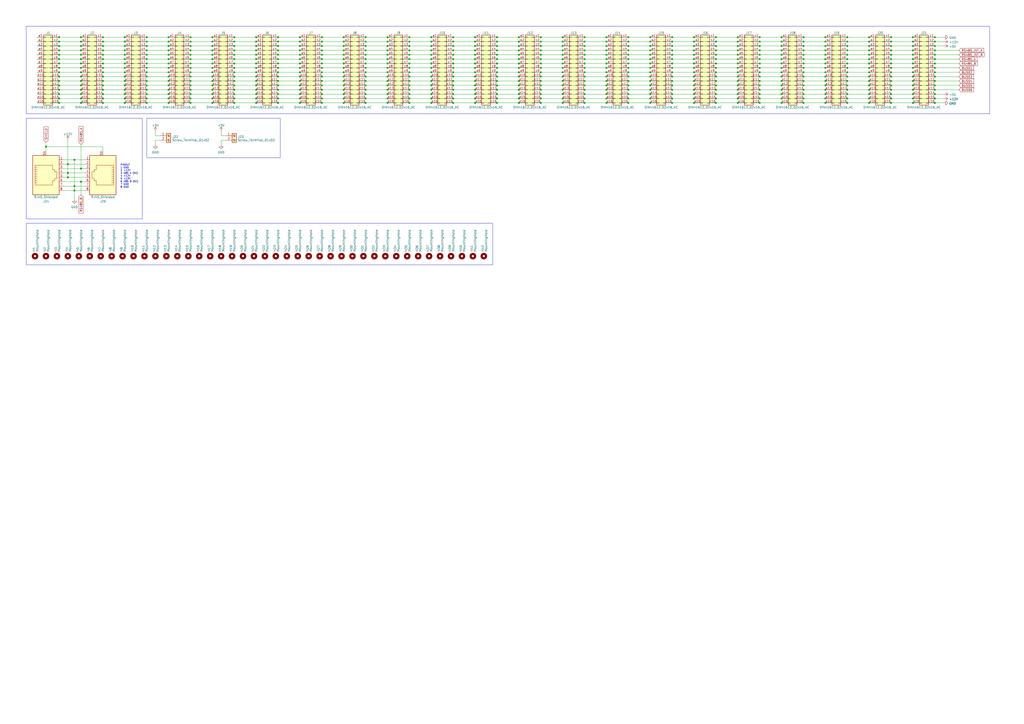
<source format=kicad_sch>
(kicad_sch (version 20230121) (generator eeschema)
  (paper "A2")
  (lib_symbols
    (symbol "Connector:DIN41612_02x16_AC" (pin_names (offset 1.016) hide)
      (property "Reference" "J" (at 1.27 20.32 0))
      (property "Value" "DIN41612_02x16_AC" (at 1.27 -22.86 0))
      (symbol "DIN41612_02x16_AC_1_1"
        (pin passive line (at -5.08 17.78 0) (length 3.81) (name "Pin_a1") (number "a1"))
        (pin passive line (at -5.08 -5.08 0) (length 3.81) (name "Pin_a10") (number "a10"))
        (pin passive line (at -5.08 -7.62 0) (length 3.81) (name "Pin_a11") (number "a11"))
        (pin passive line (at -5.08 -10.16 0) (length 3.81) (name "Pin_a12") (number "a12"))
        (pin passive line (at -5.08 -12.7 0) (length 3.81) (name "Pin_a13") (number "a13"))
        (pin passive line (at -5.08 -15.24 0) (length 3.81) (name "Pin_a14") (number "a14"))
        (pin passive line (at -5.08 -17.78 0) (length 3.81) (name "Pin_a15") (number "a15"))
        (pin passive line (at -5.08 -20.32 0) (length 3.81) (name "Pin_a16") (number "a16"))
        (pin passive line (at -5.08 15.24 0) (length 3.81) (name "Pin_a2") (number "a2"))
        (pin passive line (at -5.08 12.7 0) (length 3.81) (name "Pin_a3") (number "a3"))
        (pin passive line (at -5.08 10.16 0) (length 3.81) (name "Pin_a4") (number "a4"))
        (pin passive line (at -5.08 7.62 0) (length 3.81) (name "Pin_a5") (number "a5"))
        (pin passive line (at -5.08 5.08 0) (length 3.81) (name "Pin_a6") (number "a6"))
        (pin passive line (at -5.08 2.54 0) (length 3.81) (name "Pin_a7") (number "a7"))
        (pin passive line (at -5.08 0 0) (length 3.81) (name "Pin_a8") (number "a8"))
        (pin passive line (at -5.08 -2.54 0) (length 3.81) (name "Pin_a9") (number "a9"))
        (pin passive line (at 7.62 17.78 180) (length 3.81) (name "Pin_c1") (number "c1"))
        (pin passive line (at 7.62 -5.08 180) (length 3.81) (name "Pin_c10") (number "c10"))
        (pin passive line (at 7.62 -7.62 180) (length 3.81) (name "Pin_c11") (number "c11"))
        (pin passive line (at 7.62 -10.16 180) (length 3.81) (name "Pin_c12") (number "c12"))
        (pin passive line (at 7.62 -12.7 180) (length 3.81) (name "Pin_c13") (number "c13"))
        (pin passive line (at 7.62 -15.24 180) (length 3.81) (name "Pin_c14") (number "c14"))
        (pin passive line (at 7.62 -17.78 180) (length 3.81) (name "Pin_c15") (number "c15"))
        (pin passive line (at 7.62 -20.32 180) (length 3.81) (name "Pin_c16") (number "c16"))
        (pin passive line (at 7.62 15.24 180) (length 3.81) (name "Pin_c2") (number "c2"))
        (pin passive line (at 7.62 12.7 180) (length 3.81) (name "Pin_c3") (number "c3"))
        (pin passive line (at 7.62 10.16 180) (length 3.81) (name "Pin_c4") (number "c4"))
        (pin passive line (at 7.62 7.62 180) (length 3.81) (name "Pin_c5") (number "c5"))
        (pin passive line (at 7.62 5.08 180) (length 3.81) (name "Pin_c6") (number "c6"))
        (pin passive line (at 7.62 2.54 180) (length 3.81) (name "Pin_c7") (number "c7"))
        (pin passive line (at 7.62 0 180) (length 3.81) (name "Pin_c8") (number "c8"))
        (pin passive line (at 7.62 -2.54 180) (length 3.81) (name "Pin_c9") (number "c9"))
      )
    )
    (symbol "Connector:RJ45_Shielded" (pin_names (offset 1.016))
      (property "Reference" "J" (at -5.08 13.97 0))
      (property "Value" "RJ45_Shielded" (at 2.54 13.97 0))
      (symbol "RJ45_Shielded_1_1"
        (pin passive line (at 10.16 -7.62 180) (length 2.54) (name "~") (number "1"))
        (pin passive line (at 10.16 -5.08 180) (length 2.54) (name "~") (number "2"))
        (pin passive line (at 10.16 -2.54 180) (length 2.54) (name "~") (number "3"))
        (pin passive line (at 10.16 0 180) (length 2.54) (name "~") (number "4"))
        (pin passive line (at 10.16 2.54 180) (length 2.54) (name "~") (number "5"))
        (pin passive line (at 10.16 5.08 180) (length 2.54) (name "~") (number "6"))
        (pin passive line (at 10.16 7.62 180) (length 2.54) (name "~") (number "7"))
        (pin passive line (at 10.16 10.16 180) (length 2.54) (name "~") (number "8"))
        (pin passive line (at 0 -12.7 90) (length 2.54) (name "~") (number "SH"))
      )
    )
    (symbol "Connector:Screw_Terminal_01x02" (pin_names (offset 1.016) hide)
      (property "Reference" "J" (at 0 2.54 0))
      (property "Value" "Screw_Terminal_01x02" (at 0 -5.08 0))
      (symbol "Screw_Terminal_01x02_1_1"
        (pin passive line (at -5.08 0 0) (length 3.81) (name "Pin_1") (number "1"))
        (pin passive line (at -5.08 -2.54 0) (length 3.81) (name "Pin_2") (number "2"))
      )
    )
    (symbol "Mechanical:MountingHole" (pin_names (offset 1.016))
      (property "Reference" "H" (at 0 5.08 0))
      (property "Value" "MountingHole" (at 0 3.175 0))
    )
    (symbol "power:+12V" (power) (pin_names (offset 0))
      (property "Value" "+12V" (at 0 3.556 0))
      (symbol "+12V_1_1"
        (pin power_in line (at 0 0 90) (length 0) hide (name "+12V") (number "1"))
      )
    )
    (symbol "power:+5V" (power) (pin_names (offset 0))
      (property "Value" "+5V" (at 0 3.556 0))
      (symbol "+5V_1_1"
        (pin power_in line (at 0 0 90) (length 0) hide (name "+5V") (number "1"))
      )
    )
    (symbol "power:GND" (power) (pin_names (offset 0))
      (property "Value" "GND" (at 0 -3.81 0))
      (symbol "GND_1_1"
        (pin power_in line (at 0 0 270) (length 0) hide (name "GND") (number "1"))
      )
    )
  )
  (junction (at 97.79 31.75))
  (junction (at 339.09 31.75))
  (junction (at 351.79 46.99))
  (junction (at 326.39 34.29))
  (junction (at 173.99 26.67))
  (junction (at 262.89 46.99))
  (junction (at 72.39 57.15))
  (junction (at 72.39 21.59))
  (junction (at 135.89 54.61))
  (junction (at 59.69 31.75))
  (junction (at 262.89 21.59))
  (junction (at 313.69 24.13))
  (junction (at 186.69 34.29))
  (junction (at 516.89 44.45))
  (junction (at 262.89 59.69))
  (junction (at 542.29 26.67))
  (junction (at 415.29 21.59))
  (junction (at 161.29 44.45))
  (junction (at 110.49 34.29))
  (junction (at 504.19 39.37))
  (junction (at 402.59 29.21))
  (junction (at 339.09 21.59))
  (junction (at 339.09 34.29))
  (junction (at 237.49 34.29))
  (junction (at 59.69 49.53))
  (junction (at 250.19 31.75))
  (junction (at 275.59 59.69))
  (junction (at 250.19 46.99))
  (junction (at 491.49 41.91))
  (junction (at 135.89 29.21))
  (junction (at 110.49 41.91))
  (junction (at 478.79 54.61))
  (junction (at 275.59 39.37))
  (junction (at 466.09 46.99))
  (junction (at 427.99 29.21))
  (junction (at 262.89 26.67))
  (junction (at 529.59 49.53))
  (junction (at 237.49 57.15))
  (junction (at 529.59 29.21))
  (junction (at 313.69 26.67))
  (junction (at 504.19 26.67))
  (junction (at 389.89 36.83))
  (junction (at 364.49 31.75))
  (junction (at 135.89 52.07))
  (junction (at 72.39 26.67))
  (junction (at 173.99 52.07))
  (junction (at 85.09 36.83))
  (junction (at 415.29 36.83))
  (junction (at 377.19 57.15))
  (junction (at 275.59 49.53))
  (junction (at 85.09 31.75))
  (junction (at 542.29 24.13))
  (junction (at 288.29 59.69))
  (junction (at 123.19 21.59))
  (junction (at 351.79 57.15))
  (junction (at 288.29 44.45))
  (junction (at 351.79 21.59))
  (junction (at 148.59 49.53))
  (junction (at 34.29 39.37))
  (junction (at 351.79 31.75))
  (junction (at 237.49 36.83))
  (junction (at 339.09 29.21))
  (junction (at 364.49 39.37))
  (junction (at 288.29 39.37))
  (junction (at 300.99 54.61))
  (junction (at 46.99 97.79))
  (junction (at 542.29 57.15))
  (junction (at 364.49 24.13))
  (junction (at 135.89 49.53))
  (junction (at 466.09 41.91))
  (junction (at 364.49 54.61))
  (junction (at 275.59 46.99))
  (junction (at 427.99 57.15))
  (junction (at 59.69 59.69))
  (junction (at 491.49 39.37))
  (junction (at 466.09 21.59))
  (junction (at 85.09 21.59))
  (junction (at 199.39 26.67))
  (junction (at 110.49 52.07))
  (junction (at 364.49 59.69))
  (junction (at 440.69 54.61))
  (junction (at 364.49 44.45))
  (junction (at 516.89 39.37))
  (junction (at 453.39 29.21))
  (junction (at 389.89 49.53))
  (junction (at 123.19 39.37))
  (junction (at 415.29 44.45))
  (junction (at 72.39 34.29))
  (junction (at 275.59 44.45))
  (junction (at 313.69 41.91))
  (junction (at 237.49 54.61))
  (junction (at 173.99 36.83))
  (junction (at 326.39 24.13))
  (junction (at 415.29 49.53))
  (junction (at 110.49 21.59))
  (junction (at 161.29 41.91))
  (junction (at 212.09 46.99))
  (junction (at 453.39 21.59))
  (junction (at 402.59 52.07))
  (junction (at 262.89 36.83))
  (junction (at 212.09 41.91))
  (junction (at 199.39 29.21))
  (junction (at 212.09 34.29))
  (junction (at 46.99 52.07))
  (junction (at 516.89 54.61))
  (junction (at 478.79 26.67))
  (junction (at 59.69 39.37))
  (junction (at 440.69 46.99))
  (junction (at 262.89 34.29))
  (junction (at 72.39 54.61))
  (junction (at 453.39 36.83))
  (junction (at 186.69 44.45))
  (junction (at 364.49 49.53))
  (junction (at 288.29 54.61))
  (junction (at 516.89 24.13))
  (junction (at 135.89 44.45))
  (junction (at 110.49 29.21))
  (junction (at 173.99 24.13))
  (junction (at 516.89 57.15))
  (junction (at 300.99 34.29))
  (junction (at 326.39 52.07))
  (junction (at 364.49 29.21))
  (junction (at 427.99 39.37))
  (junction (at 542.29 41.91))
  (junction (at 491.49 59.69))
  (junction (at 186.69 29.21))
  (junction (at 250.19 24.13))
  (junction (at 59.69 34.29))
  (junction (at 516.89 29.21))
  (junction (at 351.79 54.61))
  (junction (at 466.09 52.07))
  (junction (at 250.19 29.21))
  (junction (at 34.29 49.53))
  (junction (at 427.99 46.99))
  (junction (at 415.29 26.67))
  (junction (at 34.29 36.83))
  (junction (at 389.89 31.75))
  (junction (at 377.19 34.29))
  (junction (at 453.39 59.69))
  (junction (at 110.49 36.83))
  (junction (at 529.59 34.29))
  (junction (at 224.79 24.13))
  (junction (at 161.29 46.99))
  (junction (at 326.39 26.67))
  (junction (at 504.19 34.29))
  (junction (at 110.49 57.15))
  (junction (at 466.09 54.61))
  (junction (at 250.19 21.59))
  (junction (at 516.89 26.67))
  (junction (at 491.49 21.59))
  (junction (at 415.29 39.37))
  (junction (at 250.19 49.53))
  (junction (at 415.29 57.15))
  (junction (at 161.29 57.15))
  (junction (at 504.19 29.21))
  (junction (at 478.79 44.45))
  (junction (at 529.59 59.69))
  (junction (at 59.69 44.45))
  (junction (at 186.69 52.07))
  (junction (at 199.39 52.07))
  (junction (at 224.79 44.45))
  (junction (at 59.69 36.83))
  (junction (at 377.19 44.45))
  (junction (at 313.69 34.29))
  (junction (at 529.59 54.61))
  (junction (at 85.09 52.07))
  (junction (at 46.99 105.41))
  (junction (at 123.19 41.91))
  (junction (at 466.09 36.83))
  (junction (at 237.49 31.75))
  (junction (at 262.89 41.91))
  (junction (at 59.69 41.91))
  (junction (at 34.29 54.61))
  (junction (at 34.29 52.07))
  (junction (at 161.29 59.69))
  (junction (at 427.99 44.45))
  (junction (at 173.99 54.61))
  (junction (at 46.99 36.83))
  (junction (at 199.39 36.83))
  (junction (at 288.29 31.75))
  (junction (at 415.29 34.29))
  (junction (at 250.19 52.07))
  (junction (at 478.79 34.29))
  (junction (at 39.37 100.33))
  (junction (at 351.79 59.69))
  (junction (at 46.99 39.37))
  (junction (at 123.19 59.69))
  (junction (at 466.09 44.45))
  (junction (at 542.29 46.99))
  (junction (at 237.49 26.67))
  (junction (at 300.99 39.37))
  (junction (at 135.89 59.69))
  (junction (at 491.49 44.45))
  (junction (at 326.39 31.75))
  (junction (at 529.59 57.15))
  (junction (at 516.89 31.75))
  (junction (at 351.79 36.83))
  (junction (at 516.89 49.53))
  (junction (at 504.19 36.83))
  (junction (at 466.09 39.37))
  (junction (at 224.79 59.69))
  (junction (at 110.49 24.13))
  (junction (at 110.49 59.69))
  (junction (at 351.79 41.91))
  (junction (at 59.69 26.67))
  (junction (at 46.99 46.99))
  (junction (at 516.89 52.07))
  (junction (at 72.39 41.91))
  (junction (at 339.09 36.83))
  (junction (at 542.29 44.45))
  (junction (at 85.09 26.67))
  (junction (at 59.69 57.15))
  (junction (at 529.59 36.83))
  (junction (at 440.69 29.21))
  (junction (at 402.59 59.69))
  (junction (at 161.29 24.13))
  (junction (at 466.09 24.13))
  (junction (at 173.99 57.15))
  (junction (at 288.29 57.15))
  (junction (at 97.79 52.07))
  (junction (at 199.39 31.75))
  (junction (at 212.09 31.75))
  (junction (at 173.99 39.37))
  (junction (at 440.69 52.07))
  (junction (at 427.99 31.75))
  (junction (at 173.99 46.99))
  (junction (at 161.29 49.53))
  (junction (at 59.69 54.61))
  (junction (at 173.99 49.53))
  (junction (at 161.29 31.75))
  (junction (at 97.79 54.61))
  (junction (at 173.99 21.59))
  (junction (at 97.79 24.13))
  (junction (at 186.69 46.99))
  (junction (at 440.69 59.69))
  (junction (at 72.39 52.07))
  (junction (at 313.69 52.07))
  (junction (at 275.59 54.61))
  (junction (at 97.79 26.67))
  (junction (at 364.49 36.83))
  (junction (at 516.89 41.91))
  (junction (at 250.19 41.91))
  (junction (at 275.59 57.15))
  (junction (at 364.49 34.29))
  (junction (at 529.59 39.37))
  (junction (at 59.69 24.13))
  (junction (at 262.89 49.53))
  (junction (at 34.29 59.69))
  (junction (at 478.79 39.37))
  (junction (at 427.99 24.13))
  (junction (at 85.09 46.99))
  (junction (at 491.49 36.83))
  (junction (at 72.39 46.99))
  (junction (at 313.69 49.53))
  (junction (at 250.19 54.61))
  (junction (at 72.39 49.53))
  (junction (at 402.59 44.45))
  (junction (at 453.39 24.13))
  (junction (at 453.39 49.53))
  (junction (at 161.29 29.21))
  (junction (at 288.29 29.21))
  (junction (at 529.59 41.91))
  (junction (at 262.89 44.45))
  (junction (at 415.29 46.99))
  (junction (at 110.49 26.67))
  (junction (at 466.09 29.21))
  (junction (at 491.49 46.99))
  (junction (at 262.89 31.75))
  (junction (at 440.69 36.83))
  (junction (at 313.69 36.83))
  (junction (at 326.39 57.15))
  (junction (at 402.59 24.13))
  (junction (at 110.49 44.45))
  (junction (at 339.09 44.45))
  (junction (at 516.89 34.29))
  (junction (at 186.69 26.67))
  (junction (at 377.19 31.75))
  (junction (at 478.79 59.69))
  (junction (at 224.79 34.29))
  (junction (at 389.89 52.07))
  (junction (at 46.99 31.75))
  (junction (at 161.29 21.59))
  (junction (at 262.89 29.21))
  (junction (at 453.39 34.29))
  (junction (at 491.49 34.29))
  (junction (at 351.79 39.37))
  (junction (at 212.09 49.53))
  (junction (at 46.99 34.29))
  (junction (at 504.19 46.99))
  (junction (at 339.09 49.53))
  (junction (at 351.79 34.29))
  (junction (at 300.99 26.67))
  (junction (at 97.79 36.83))
  (junction (at 377.19 29.21))
  (junction (at 427.99 54.61))
  (junction (at 504.19 21.59))
  (junction (at 72.39 29.21))
  (junction (at 466.09 31.75))
  (junction (at 212.09 24.13))
  (junction (at 250.19 59.69))
  (junction (at 504.19 41.91))
  (junction (at 275.59 41.91))
  (junction (at 224.79 31.75))
  (junction (at 186.69 59.69))
  (junction (at 34.29 26.67))
  (junction (at 339.09 54.61))
  (junction (at 313.69 44.45))
  (junction (at 110.49 46.99))
  (junction (at 351.79 52.07))
  (junction (at 97.79 41.91))
  (junction (at 453.39 54.61))
  (junction (at 161.29 39.37))
  (junction (at 440.69 41.91))
  (junction (at 326.39 59.69))
  (junction (at 262.89 57.15))
  (junction (at 224.79 57.15))
  (junction (at 110.49 31.75))
  (junction (at 402.59 31.75))
  (junction (at 275.59 21.59))
  (junction (at 199.39 24.13))
  (junction (at 491.49 54.61))
  (junction (at 300.99 52.07))
  (junction (at 148.59 46.99))
  (junction (at 389.89 44.45))
  (junction (at 173.99 41.91))
  (junction (at 402.59 34.29))
  (junction (at 389.89 34.29))
  (junction (at 97.79 59.69))
  (junction (at 72.39 31.75))
  (junction (at 262.89 52.07))
  (junction (at 339.09 39.37))
  (junction (at 491.49 31.75))
  (junction (at 237.49 41.91))
  (junction (at 542.29 34.29))
  (junction (at 504.19 44.45))
  (junction (at 415.29 31.75))
  (junction (at 402.59 26.67))
  (junction (at 85.09 59.69))
  (junction (at 326.39 46.99))
  (junction (at 504.19 57.15))
  (junction (at 173.99 31.75))
  (junction (at 199.39 59.69))
  (junction (at 453.39 57.15))
  (junction (at 326.39 39.37))
  (junction (at 300.99 59.69))
  (junction (at 173.99 59.69))
  (junction (at 478.79 52.07))
  (junction (at 46.99 59.69))
  (junction (at 123.19 36.83))
  (junction (at 250.19 36.83))
  (junction (at 110.49 39.37))
  (junction (at 186.69 24.13))
  (junction (at 275.59 31.75))
  (junction (at 148.59 34.29))
  (junction (at 224.79 54.61))
  (junction (at 516.89 21.59))
  (junction (at 478.79 57.15))
  (junction (at 389.89 46.99))
  (junction (at 186.69 49.53))
  (junction (at 440.69 21.59))
  (junction (at 123.19 31.75))
  (junction (at 237.49 59.69))
  (junction (at 39.37 102.87))
  (junction (at 72.39 24.13))
  (junction (at 427.99 59.69))
  (junction (at 542.29 21.59))
  (junction (at 199.39 54.61))
  (junction (at 478.79 21.59))
  (junction (at 415.29 24.13))
  (junction (at 377.19 21.59))
  (junction (at 529.59 24.13))
  (junction (at 224.79 41.91))
  (junction (at 250.19 34.29))
  (junction (at 453.39 52.07))
  (junction (at 440.69 34.29))
  (junction (at 402.59 46.99))
  (junction (at 212.09 59.69))
  (junction (at 300.99 29.21))
  (junction (at 364.49 46.99))
  (junction (at 300.99 21.59))
  (junction (at 313.69 57.15))
  (junction (at 237.49 44.45))
  (junction (at 542.29 39.37))
  (junction (at 123.19 52.07))
  (junction (at 250.19 26.67))
  (junction (at 275.59 29.21))
  (junction (at 148.59 24.13))
  (junction (at 135.89 36.83))
  (junction (at 212.09 21.59))
  (junction (at 427.99 36.83))
  (junction (at 186.69 36.83))
  (junction (at 377.19 39.37))
  (junction (at 224.79 36.83))
  (junction (at 85.09 49.53))
  (junction (at 288.29 49.53))
  (junction (at 46.99 26.67))
  (junction (at 148.59 44.45))
  (junction (at 364.49 41.91))
  (junction (at 542.29 52.07))
  (junction (at 148.59 39.37))
  (junction (at 300.99 24.13))
  (junction (at 351.79 26.67))
  (junction (at 377.19 59.69))
  (junction (at 161.29 36.83))
  (junction (at 326.39 36.83))
  (junction (at 85.09 57.15))
  (junction (at 478.79 46.99))
  (junction (at 466.09 49.53))
  (junction (at 313.69 59.69))
  (junction (at 85.09 24.13))
  (junction (at 364.49 26.67))
  (junction (at 26.67 85.09))
  (junction (at 364.49 21.59))
  (junction (at 440.69 24.13))
  (junction (at 199.39 39.37))
  (junction (at 262.89 24.13))
  (junction (at 148.59 31.75))
  (junction (at 123.19 54.61))
  (junction (at 97.79 46.99))
  (junction (at 300.99 57.15))
  (junction (at 529.59 46.99))
  (junction (at 339.09 57.15))
  (junction (at 440.69 57.15))
  (junction (at 542.29 54.61))
  (junction (at 427.99 49.53))
  (junction (at 542.29 49.53))
  (junction (at 313.69 46.99))
  (junction (at 59.69 46.99))
  (junction (at 148.59 54.61))
  (junction (at 85.09 41.91))
  (junction (at 212.09 54.61))
  (junction (at 402.59 41.91))
  (junction (at 478.79 24.13))
  (junction (at 97.79 29.21))
  (junction (at 46.99 49.53))
  (junction (at 504.19 49.53))
  (junction (at 351.79 49.53))
  (junction (at 440.69 49.53))
  (junction (at 262.89 39.37))
  (junction (at 300.99 49.53))
  (junction (at 46.99 24.13))
  (junction (at 34.29 57.15))
  (junction (at 161.29 52.07))
  (junction (at 542.29 36.83))
  (junction (at 377.19 36.83))
  (junction (at 440.69 44.45))
  (junction (at 135.89 26.67))
  (junction (at 72.39 39.37))
  (junction (at 97.79 49.53))
  (junction (at 135.89 21.59))
  (junction (at 85.09 29.21))
  (junction (at 288.29 26.67))
  (junction (at 402.59 57.15))
  (junction (at 212.09 57.15))
  (junction (at 34.29 31.75))
  (junction (at 339.09 59.69))
  (junction (at 389.89 59.69))
  (junction (at 288.29 52.07))
  (junction (at 402.59 36.83))
  (junction (at 46.99 57.15))
  (junction (at 377.19 52.07))
  (junction (at 389.89 57.15))
  (junction (at 97.79 34.29))
  (junction (at 275.59 34.29))
  (junction (at 123.19 57.15))
  (junction (at 59.69 21.59))
  (junction (at 72.39 44.45))
  (junction (at 389.89 41.91))
  (junction (at 46.99 29.21))
  (junction (at 326.39 44.45))
  (junction (at 59.69 29.21))
  (junction (at 478.79 29.21))
  (junction (at 389.89 54.61))
  (junction (at 313.69 54.61))
  (junction (at 326.39 21.59))
  (junction (at 85.09 39.37))
  (junction (at 250.19 57.15))
  (junction (at 377.19 46.99))
  (junction (at 186.69 41.91))
  (junction (at 199.39 34.29))
  (junction (at 440.69 31.75))
  (junction (at 224.79 39.37))
  (junction (at 97.79 21.59))
  (junction (at 542.29 31.75))
  (junction (at 173.99 44.45))
  (junction (at 440.69 39.37))
  (junction (at 148.59 52.07))
  (junction (at 389.89 26.67))
  (junction (at 224.79 26.67))
  (junction (at 186.69 57.15))
  (junction (at 440.69 26.67))
  (junction (at 427.99 21.59))
  (junction (at 504.19 54.61))
  (junction (at 123.19 49.53))
  (junction (at 46.99 41.91))
  (junction (at 427.99 34.29))
  (junction (at 59.69 52.07))
  (junction (at 85.09 54.61))
  (junction (at 466.09 59.69))
  (junction (at 491.49 29.21))
  (junction (at 529.59 31.75))
  (junction (at 186.69 54.61))
  (junction (at 34.29 24.13))
  (junction (at 199.39 21.59))
  (junction (at 377.19 24.13))
  (junction (at 364.49 52.07))
  (junction (at 402.59 21.59))
  (junction (at 504.19 52.07))
  (junction (at 491.49 24.13))
  (junction (at 135.89 31.75))
  (junction (at 135.89 41.91))
  (junction (at 148.59 26.67))
  (junction (at 275.59 52.07))
  (junction (at 199.39 41.91))
  (junction (at 148.59 21.59))
  (junction (at 212.09 52.07))
  (junction (at 491.49 26.67))
  (junction (at 415.29 59.69))
  (junction (at 504.19 31.75))
  (junction (at 34.29 21.59))
  (junction (at 212.09 29.21))
  (junction (at 135.89 39.37))
  (junction (at 326.39 29.21))
  (junction (at 453.39 46.99))
  (junction (at 46.99 44.45))
  (junction (at 199.39 46.99))
  (junction (at 237.49 24.13))
  (junction (at 85.09 34.29))
  (junction (at 288.29 36.83))
  (junction (at 339.09 46.99))
  (junction (at 415.29 29.21))
  (junction (at 212.09 39.37))
  (junction (at 34.29 34.29))
  (junction (at 110.49 54.61))
  (junction (at 453.39 41.91))
  (junction (at 275.59 24.13))
  (junction (at 491.49 49.53))
  (junction (at 148.59 29.21))
  (junction (at 123.19 34.29))
  (junction (at 173.99 34.29))
  (junction (at 224.79 46.99))
  (junction (at 43.18 110.49))
  (junction (at 478.79 41.91))
  (junction (at 148.59 41.91))
  (junction (at 224.79 52.07))
  (junction (at 237.49 29.21))
  (junction (at 237.49 39.37))
  (junction (at 186.69 21.59))
  (junction (at 478.79 36.83))
  (junction (at 43.18 92.71))
  (junction (at 85.09 44.45))
  (junction (at 389.89 39.37))
  (junction (at 161.29 26.67))
  (junction (at 389.89 29.21))
  (junction (at 300.99 46.99))
  (junction (at 212.09 26.67))
  (junction (at 529.59 44.45))
  (junction (at 300.99 31.75))
  (junction (at 491.49 52.07))
  (junction (at 97.79 44.45))
  (junction (at 34.29 46.99))
  (junction (at 466.09 34.29))
  (junction (at 516.89 59.69))
  (junction (at 326.39 54.61))
  (junction (at 34.29 29.21))
  (junction (at 326.39 49.53))
  (junction (at 148.59 59.69))
  (junction (at 237.49 46.99))
  (junction (at 123.19 44.45))
  (junction (at 339.09 52.07))
  (junction (at 110.49 49.53))
  (junction (at 339.09 24.13))
  (junction (at 529.59 52.07))
  (junction (at 237.49 21.59))
  (junction (at 250.19 44.45))
  (junction (at 135.89 57.15))
  (junction (at 72.39 59.69))
  (junction (at 237.49 49.53))
  (junction (at 351.79 24.13))
  (junction (at 466.09 57.15))
  (junction (at 364.49 57.15))
  (junction (at 173.99 29.21))
  (junction (at 478.79 49.53))
  (junction (at 275.59 36.83))
  (junction (at 542.29 59.69))
  (junction (at 377.19 41.91))
  (junction (at 72.39 36.83))
  (junction (at 300.99 41.91))
  (junction (at 326.39 41.91))
  (junction (at 402.59 49.53))
  (junction (at 415.29 41.91))
  (junction (at 224.79 21.59))
  (junction (at 161.29 34.29))
  (junction (at 123.19 29.21))
  (junction (at 478.79 31.75))
  (junction (at 288.29 34.29))
  (junction (at 466.09 26.67))
  (junction (at 237.49 52.07))
  (junction (at 453.39 44.45))
  (junction (at 97.79 39.37))
  (junction (at 148.59 36.83))
  (junction (at 224.79 29.21))
  (junction (at 212.09 44.45))
  (junction (at 516.89 36.83))
  (junction (at 313.69 31.75))
  (junction (at 250.19 39.37))
  (junction (at 46.99 54.61))
  (junction (at 389.89 21.59))
  (junction (at 377.19 26.67))
  (junction (at 453.39 39.37))
  (junction (at 135.89 34.29))
  (junction (at 288.29 21.59))
  (junction (at 402.59 54.61))
  (junction (at 300.99 36.83))
  (junction (at 504.19 24.13))
  (junction (at 377.19 54.61))
  (junction (at 542.29 29.21))
  (junction (at 288.29 41.91))
  (junction (at 34.29 44.45))
  (junction (at 351.79 44.45))
  (junction (at 161.29 54.61))
  (junction (at 135.89 24.13))
  (junction (at 34.29 41.91))
  (junction (at 427.99 26.67))
  (junction (at 135.89 46.99))
  (junction (at 224.79 49.53))
  (junction (at 43.18 107.95))
  (junction (at 313.69 29.21))
  (junction (at 377.19 49.53))
  (junction (at 123.19 24.13))
  (junction (at 516.89 46.99))
  (junction (at 39.37 95.25))
  (junction (at 300.99 44.45))
  (junction (at 415.29 54.61))
  (junction (at 97.79 57.15))
  (junction (at 288.29 24.13))
  (junction (at 453.39 31.75))
  (junction (at 148.59 57.15))
  (junction (at 275.59 26.67))
  (junction (at 453.39 26.67))
  (junction (at 415.29 52.07))
  (junction (at 389.89 24.13))
  (junction (at 339.09 41.91))
  (junction (at 262.89 54.61))
  (junction (at 427.99 52.07))
  (junction (at 313.69 21.59))
  (junction (at 186.69 39.37))
  (junction (at 351.79 29.21))
  (junction (at 339.09 26.67))
  (junction (at 402.59 39.37))
  (junction (at 199.39 57.15))
  (junction (at 288.29 46.99))
  (junction (at 123.19 26.67))
  (junction (at 199.39 44.45))
  (junction (at 427.99 41.91))
  (junction (at 186.69 31.75))
  (junction (at 212.09 36.83))
  (junction (at 504.19 59.69))
  (junction (at 529.59 21.59))
  (junction (at 123.19 46.99))
  (junction (at 313.69 39.37))
  (junction (at 491.49 57.15))
  (junction (at 46.99 21.59))
  (junction (at 199.39 49.53))
  (junction (at 529.59 26.67))
  (wire (pts (xy 237.49 46.99) (xy 250.19 46.99)))
  (wire (pts (xy 529.59 21.59) (xy 542.29 21.59)))
  (wire (pts (xy 237.49 52.07) (xy 250.19 52.07)))
  (wire (pts (xy 250.19 26.67) (xy 262.89 26.67)))
  (wire (pts (xy 123.19 34.29) (xy 135.89 34.29)))
  (wire (pts (xy 34.29 26.67) (xy 46.99 26.67)))
  (wire (pts (xy 212.09 44.45) (xy 224.79 44.45)))
  (wire (pts (xy 504.19 57.15) (xy 516.89 57.15)))
  (wire (pts (xy 43.18 107.95) (xy 49.53 107.95)))
  (wire (pts (xy 300.99 57.15) (xy 313.69 57.15)))
  (wire (pts (xy 402.59 41.91) (xy 415.29 41.91)))
  (wire (pts (xy 377.19 24.13) (xy 389.89 24.13)))
  (wire (pts (xy 161.29 59.69) (xy 173.99 59.69)))
  (wire (pts (xy 427.99 41.91) (xy 440.69 41.91)))
  (wire (pts (xy 186.69 24.13) (xy 199.39 24.13)))
  (wire (pts (xy 288.29 29.21) (xy 300.99 29.21)))
  (wire (pts (xy 504.19 24.13) (xy 516.89 24.13)))
  (wire (pts (xy 275.59 29.21) (xy 288.29 29.21)))
  (wire (pts (xy 148.59 36.83) (xy 161.29 36.83)))
  (wire (pts (xy 364.49 34.29) (xy 377.19 34.29)))
  (wire (pts (xy 39.37 102.87) (xy 49.53 102.87)))
  (wire (pts (xy 478.79 49.53) (xy 491.49 49.53)))
  (wire (pts (xy 466.09 26.67) (xy 478.79 26.67)))
  (wire (pts (xy 364.49 21.59) (xy 377.19 21.59)))
  (wire (pts (xy 262.89 24.13) (xy 275.59 24.13)))
  (wire (pts (xy 427.99 31.75) (xy 440.69 31.75)))
  (wire (pts (xy 250.19 49.53) (xy 262.89 49.53)))
  (wire (pts (xy 199.39 52.07) (xy 212.09 52.07)))
  (wire (pts (xy 427.99 46.99) (xy 440.69 46.99)))
  (wire (pts (xy 402.59 29.21) (xy 415.29 29.21)))
  (wire (pts (xy 529.59 46.99) (xy 542.29 46.99)))
  (wire (pts (xy 351.79 44.45) (xy 364.49 44.45)))
  (wire (pts (xy 237.49 29.21) (xy 250.19 29.21)))
  (wire (pts (xy 148.59 49.53) (xy 161.29 49.53)))
  (wire (pts (xy 186.69 54.61) (xy 199.39 54.61)))
  (wire (pts (xy 123.19 24.13) (xy 135.89 24.13)))
  (wire (pts (xy 415.29 24.13) (xy 427.99 24.13)))
  (wire (pts (xy 26.67 85.09) (xy 59.69 85.09)))
  (wire (pts (xy 21.59 49.53) (xy 34.29 49.53)))
  (wire (pts (xy 135.89 39.37) (xy 148.59 39.37)))
  (wire (pts (xy 377.19 44.45) (xy 389.89 44.45)))
  (wire (pts (xy 542.29 41.91) (xy 556.26 41.91)))
  (wire (pts (xy 250.19 36.83) (xy 262.89 36.83)))
  (wire (pts (xy 288.29 59.69) (xy 300.99 59.69)))
  (wire (pts (xy 542.29 31.75) (xy 556.26 31.75)))
  (wire (pts (xy 110.49 44.45) (xy 123.19 44.45)))
  (wire (pts (xy 339.09 29.21) (xy 351.79 29.21)))
  (wire (pts (xy 529.59 34.29) (xy 542.29 34.29)))
  (wire (pts (xy 300.99 36.83) (xy 313.69 36.83)))
  (wire (pts (xy 36.83 97.79) (xy 46.99 97.79)))
  (wire (pts (xy 85.09 36.83) (xy 97.79 36.83)))
  (wire (pts (xy 402.59 52.07) (xy 415.29 52.07)))
  (wire (pts (xy 161.29 29.21) (xy 173.99 29.21)))
  (wire (pts (xy 275.59 44.45) (xy 288.29 44.45)))
  (wire (pts (xy 46.99 49.53) (xy 59.69 49.53)))
  (wire (pts (xy 161.29 44.45) (xy 173.99 44.45)))
  (wire (pts (xy 440.69 36.83) (xy 453.39 36.83)))
  (wire (pts (xy 110.49 57.15) (xy 123.19 57.15)))
  (wire (pts (xy 339.09 34.29) (xy 351.79 34.29)))
  (wire (pts (xy 529.59 54.61) (xy 542.29 54.61)))
  (wire (pts (xy 516.89 29.21) (xy 529.59 29.21)))
  (wire (pts (xy 288.29 49.53) (xy 300.99 49.53)))
  (wire (pts (xy 135.89 59.69) (xy 148.59 59.69)))
  (wire (pts (xy 199.39 46.99) (xy 212.09 46.99)))
  (wire (pts (xy 34.29 44.45) (xy 46.99 44.45)))
  (wire (pts (xy 339.09 36.83) (xy 351.79 36.83)))
  (wire (pts (xy 491.49 41.91) (xy 504.19 41.91)))
  (wire (pts (xy 351.79 41.91) (xy 364.49 41.91)))
  (wire (pts (xy 389.89 41.91) (xy 402.59 41.91)))
  (wire (pts (xy 224.79 24.13) (xy 237.49 24.13)))
  (wire (pts (xy 97.79 54.61) (xy 110.49 54.61)))
  (wire (pts (xy 504.19 59.69) (xy 516.89 59.69)))
  (wire (pts (xy 313.69 44.45) (xy 326.39 44.45)))
  (wire (pts (xy 199.39 24.13) (xy 212.09 24.13)))
  (wire (pts (xy 148.59 54.61) (xy 161.29 54.61)))
  (wire (pts (xy 466.09 59.69) (xy 478.79 59.69)))
  (wire (pts (xy 453.39 54.61) (xy 466.09 54.61)))
  (wire (pts (xy 59.69 36.83) (xy 72.39 36.83)))
  (wire (pts (xy 542.29 21.59) (xy 547.37 21.59)))
  (wire (pts (xy 34.29 21.59) (xy 46.99 21.59)))
  (wire (pts (xy 364.49 41.91) (xy 377.19 41.91)))
  (wire (pts (xy 85.09 46.99) (xy 97.79 46.99)))
  (wire (pts (xy 326.39 26.67) (xy 339.09 26.67)))
  (wire (pts (xy 199.39 49.53) (xy 212.09 49.53)))
  (wire (pts (xy 130.81 81.28) (xy 128.27 81.28)))
  (wire (pts (xy 72.39 31.75) (xy 85.09 31.75)))
  (wire (pts (xy 148.59 41.91) (xy 161.29 41.91)))
  (wire (pts (xy 123.19 44.45) (xy 135.89 44.45)))
  (wire (pts (xy 478.79 29.21) (xy 491.49 29.21)))
  (wire (pts (xy 466.09 54.61) (xy 478.79 54.61)))
  (wire (pts (xy 339.09 57.15) (xy 351.79 57.15)))
  (wire (pts (xy 478.79 31.75) (xy 491.49 31.75)))
  (wire (pts (xy 186.69 41.91) (xy 199.39 41.91)))
  (wire (pts (xy 212.09 36.83) (xy 224.79 36.83)))
  (wire (pts (xy 288.29 57.15) (xy 300.99 57.15)))
  (wire (pts (xy 351.79 49.53) (xy 364.49 49.53)))
  (wire (pts (xy 427.99 49.53) (xy 440.69 49.53)))
  (wire (pts (xy 21.59 24.13) (xy 34.29 24.13)))
  (wire (pts (xy 148.59 52.07) (xy 161.29 52.07)))
  (wire (pts (xy 173.99 36.83) (xy 186.69 36.83)))
  (wire (pts (xy 59.69 34.29) (xy 72.39 34.29)))
  (wire (pts (xy 491.49 29.21) (xy 504.19 29.21)))
  (wire (pts (xy 478.79 26.67) (xy 491.49 26.67)))
  (wire (pts (xy 326.39 52.07) (xy 339.09 52.07)))
  (wire (pts (xy 46.99 36.83) (xy 59.69 36.83)))
  (wire (pts (xy 504.19 46.99) (xy 516.89 46.99)))
  (wire (pts (xy 59.69 24.13) (xy 72.39 24.13)))
  (wire (pts (xy 377.19 57.15) (xy 389.89 57.15)))
  (wire (pts (xy 199.39 29.21) (xy 212.09 29.21)))
  (wire (pts (xy 262.89 39.37) (xy 275.59 39.37)))
  (wire (pts (xy 46.99 57.15) (xy 59.69 57.15)))
  (wire (pts (xy 262.89 49.53) (xy 275.59 49.53)))
  (wire (pts (xy 300.99 54.61) (xy 313.69 54.61)))
  (wire (pts (xy 288.29 21.59) (xy 300.99 21.59)))
  (wire (pts (xy 516.89 59.69) (xy 529.59 59.69)))
  (wire (pts (xy 34.29 39.37) (xy 46.99 39.37)))
  (wire (pts (xy 466.09 36.83) (xy 478.79 36.83)))
  (wire (pts (xy 173.99 24.13) (xy 186.69 24.13)))
  (wire (pts (xy 123.19 39.37) (xy 135.89 39.37)))
  (wire (pts (xy 339.09 39.37) (xy 351.79 39.37)))
  (wire (pts (xy 415.29 49.53) (xy 427.99 49.53)))
  (wire (pts (xy 313.69 41.91) (xy 326.39 41.91)))
  (wire (pts (xy 389.89 52.07) (xy 402.59 52.07)))
  (wire (pts (xy 427.99 52.07) (xy 440.69 52.07)))
  (wire (pts (xy 224.79 31.75) (xy 237.49 31.75)))
  (wire (pts (xy 59.69 59.69) (xy 72.39 59.69)))
  (wire (pts (xy 491.49 52.07) (xy 504.19 52.07)))
  (wire (pts (xy 36.83 100.33) (xy 39.37 100.33)))
  (wire (pts (xy 516.89 46.99) (xy 529.59 46.99)))
  (wire (pts (xy 402.59 44.45) (xy 415.29 44.45)))
  (wire (pts (xy 516.89 34.29) (xy 529.59 34.29)))
  (wire (pts (xy 262.89 54.61) (xy 275.59 54.61)))
  (wire (pts (xy 313.69 57.15) (xy 326.39 57.15)))
  (wire (pts (xy 135.89 57.15) (xy 148.59 57.15)))
  (wire (pts (xy 275.59 31.75) (xy 288.29 31.75)))
  (wire (pts (xy 34.29 36.83) (xy 46.99 36.83)))
  (wire (pts (xy 237.49 49.53) (xy 250.19 49.53)))
  (wire (pts (xy 72.39 24.13) (xy 85.09 24.13)))
  (wire (pts (xy 212.09 29.21) (xy 224.79 29.21)))
  (wire (pts (xy 34.29 31.75) (xy 46.99 31.75)))
  (wire (pts (xy 85.09 26.67) (xy 97.79 26.67)))
  (wire (pts (xy 224.79 44.45) (xy 237.49 44.45)))
  (wire (pts (xy 504.19 44.45) (xy 516.89 44.45)))
  (wire (pts (xy 161.29 52.07) (xy 173.99 52.07)))
  (wire (pts (xy 237.49 34.29) (xy 250.19 34.29)))
  (wire (pts (xy 466.09 52.07) (xy 478.79 52.07)))
  (wire (pts (xy 85.09 39.37) (xy 97.79 39.37)))
  (wire (pts (xy 39.37 95.25) (xy 49.53 95.25)))
  (wire (pts (xy 46.99 59.69) (xy 59.69 59.69)))
  (wire (pts (xy 351.79 34.29) (xy 364.49 34.29)))
  (wire (pts (xy 402.59 49.53) (xy 415.29 49.53)))
  (wire (pts (xy 288.29 44.45) (xy 300.99 44.45)))
  (wire (pts (xy 46.99 105.41) (xy 46.99 113.03)))
  (wire (pts (xy 351.79 54.61) (xy 364.49 54.61)))
  (wire (pts (xy 389.89 24.13) (xy 402.59 24.13)))
  (wire (pts (xy 72.39 44.45) (xy 85.09 44.45)))
  (wire (pts (xy 21.59 46.99) (xy 34.29 46.99)))
  (wire (pts (xy 90.17 76.2) (xy 90.17 78.74)))
  (wire (pts (xy 161.29 46.99) (xy 173.99 46.99)))
  (wire (pts (xy 237.49 36.83) (xy 250.19 36.83)))
  (wire (pts (xy 135.89 29.21) (xy 148.59 29.21)))
  (wire (pts (xy 491.49 39.37) (xy 504.19 39.37)))
  (wire (pts (xy 339.09 44.45) (xy 351.79 44.45)))
  (wire (pts (xy 110.49 24.13) (xy 123.19 24.13)))
  (wire (pts (xy 504.19 39.37) (xy 516.89 39.37)))
  (wire (pts (xy 36.83 105.41) (xy 46.99 105.41)))
  (wire (pts (xy 339.09 54.61) (xy 351.79 54.61)))
  (wire (pts (xy 542.29 36.83) (xy 556.26 36.83)))
  (wire (pts (xy 453.39 21.59) (xy 466.09 21.59)))
  (wire (pts (xy 377.19 49.53) (xy 389.89 49.53)))
  (wire (pts (xy 250.19 57.15) (xy 262.89 57.15)))
  (wire (pts (xy 415.29 52.07) (xy 427.99 52.07)))
  (wire (pts (xy 97.79 29.21) (xy 110.49 29.21)))
  (wire (pts (xy 300.99 49.53) (xy 313.69 49.53)))
  (wire (pts (xy 85.09 41.91) (xy 97.79 41.91)))
  (wire (pts (xy 250.19 54.61) (xy 262.89 54.61)))
  (wire (pts (xy 491.49 24.13) (xy 504.19 24.13)))
  (wire (pts (xy 92.71 81.28) (xy 90.17 81.28)))
  (wire (pts (xy 529.59 41.91) (xy 542.29 41.91)))
  (wire (pts (xy 516.89 49.53) (xy 529.59 49.53)))
  (wire (pts (xy 224.79 39.37) (xy 237.49 39.37)))
  (wire (pts (xy 542.29 52.07) (xy 556.26 52.07)))
  (wire (pts (xy 224.79 29.21) (xy 237.49 29.21)))
  (wire (pts (xy 46.99 31.75) (xy 59.69 31.75)))
  (wire (pts (xy 224.79 26.67) (xy 237.49 26.67)))
  (wire (pts (xy 186.69 29.21) (xy 199.39 29.21)))
  (wire (pts (xy 427.99 57.15) (xy 440.69 57.15)))
  (wire (pts (xy 542.29 26.67) (xy 547.37 26.67)))
  (wire (pts (xy 21.59 41.91) (xy 34.29 41.91)))
  (wire (pts (xy 123.19 57.15) (xy 135.89 57.15)))
  (wire (pts (xy 173.99 34.29) (xy 186.69 34.29)))
  (wire (pts (xy 72.39 59.69) (xy 85.09 59.69)))
  (wire (pts (xy 110.49 59.69) (xy 123.19 59.69)))
  (wire (pts (xy 186.69 52.07) (xy 199.39 52.07)))
  (wire (pts (xy 402.59 26.67) (xy 415.29 26.67)))
  (wire (pts (xy 148.59 26.67) (xy 161.29 26.67)))
  (wire (pts (xy 59.69 44.45) (xy 72.39 44.45)))
  (wire (pts (xy 440.69 44.45) (xy 453.39 44.45)))
  (wire (pts (xy 123.19 59.69) (xy 135.89 59.69)))
  (wire (pts (xy 43.18 110.49) (xy 49.53 110.49)))
  (wire (pts (xy 516.89 24.13) (xy 529.59 24.13)))
  (wire (pts (xy 161.29 41.91) (xy 173.99 41.91)))
  (wire (pts (xy 364.49 57.15) (xy 377.19 57.15)))
  (wire (pts (xy 148.59 29.21) (xy 161.29 29.21)))
  (wire (pts (xy 21.59 52.07) (xy 34.29 52.07)))
  (wire (pts (xy 110.49 26.67) (xy 123.19 26.67)))
  (wire (pts (xy 389.89 46.99) (xy 402.59 46.99)))
  (wire (pts (xy 173.99 52.07) (xy 186.69 52.07)))
  (wire (pts (xy 161.29 49.53) (xy 173.99 49.53)))
  (wire (pts (xy 59.69 31.75) (xy 72.39 31.75)))
  (wire (pts (xy 237.49 24.13) (xy 250.19 24.13)))
  (wire (pts (xy 21.59 57.15) (xy 34.29 57.15)))
  (wire (pts (xy 326.39 36.83) (xy 339.09 36.83)))
  (wire (pts (xy 72.39 34.29) (xy 85.09 34.29)))
  (wire (pts (xy 300.99 44.45) (xy 313.69 44.45)))
  (wire (pts (xy 123.19 49.53) (xy 135.89 49.53)))
  (wire (pts (xy 516.89 44.45) (xy 529.59 44.45)))
  (wire (pts (xy 478.79 41.91) (xy 491.49 41.91)))
  (wire (pts (xy 389.89 36.83) (xy 402.59 36.83)))
  (wire (pts (xy 542.29 57.15) (xy 547.37 57.15)))
  (wire (pts (xy 326.39 59.69) (xy 339.09 59.69)))
  (wire (pts (xy 313.69 31.75) (xy 326.39 31.75)))
  (wire (pts (xy 478.79 36.83) (xy 491.49 36.83)))
  (wire (pts (xy 21.59 34.29) (xy 34.29 34.29)))
  (wire (pts (xy 364.49 49.53) (xy 377.19 49.53)))
  (wire (pts (xy 402.59 54.61) (xy 415.29 54.61)))
  (wire (pts (xy 148.59 24.13) (xy 161.29 24.13)))
  (wire (pts (xy 300.99 46.99) (xy 313.69 46.99)))
  (wire (pts (xy 288.29 31.75) (xy 300.99 31.75)))
  (wire (pts (xy 237.49 26.67) (xy 250.19 26.67)))
  (wire (pts (xy 36.83 92.71) (xy 43.18 92.71)))
  (wire (pts (xy 478.79 57.15) (xy 491.49 57.15)))
  (wire (pts (xy 237.49 54.61) (xy 250.19 54.61)))
  (wire (pts (xy 135.89 49.53) (xy 148.59 49.53)))
  (wire (pts (xy 453.39 52.07) (xy 466.09 52.07)))
  (wire (pts (xy 440.69 52.07) (xy 453.39 52.07)))
  (wire (pts (xy 529.59 36.83) (xy 542.29 36.83)))
  (wire (pts (xy 313.69 46.99) (xy 326.39 46.99)))
  (wire (pts (xy 39.37 81.28) (xy 39.37 95.25)))
  (wire (pts (xy 389.89 44.45) (xy 402.59 44.45)))
  (wire (pts (xy 440.69 54.61) (xy 453.39 54.61)))
  (wire (pts (xy 275.59 39.37) (xy 288.29 39.37)))
  (wire (pts (xy 161.29 39.37) (xy 173.99 39.37)))
  (wire (pts (xy 313.69 54.61) (xy 326.39 54.61)))
  (wire (pts (xy 161.29 24.13) (xy 173.99 24.13)))
  (wire (pts (xy 173.99 29.21) (xy 186.69 29.21)))
  (wire (pts (xy 72.39 29.21) (xy 85.09 29.21)))
  (wire (pts (xy 529.59 29.21) (xy 542.29 29.21)))
  (wire (pts (xy 427.99 44.45) (xy 440.69 44.45)))
  (wire (pts (xy 542.29 24.13) (xy 547.37 24.13)))
  (wire (pts (xy 402.59 46.99) (xy 415.29 46.99)))
  (wire (pts (xy 262.89 41.91) (xy 275.59 41.91)))
  (wire (pts (xy 478.79 24.13) (xy 491.49 24.13)))
  (wire (pts (xy 440.69 31.75) (xy 453.39 31.75)))
  (wire (pts (xy 326.39 29.21) (xy 339.09 29.21)))
  (wire (pts (xy 377.19 29.21) (xy 389.89 29.21)))
  (wire (pts (xy 90.17 81.28) (xy 90.17 83.82)))
  (wire (pts (xy 21.59 21.59) (xy 34.29 21.59)))
  (wire (pts (xy 504.19 41.91) (xy 516.89 41.91)))
  (wire (pts (xy 478.79 44.45) (xy 491.49 44.45)))
  (wire (pts (xy 59.69 52.07) (xy 72.39 52.07)))
  (wire (pts (xy 59.69 39.37) (xy 72.39 39.37)))
  (wire (pts (xy 491.49 57.15) (xy 504.19 57.15)))
  (wire (pts (xy 504.19 31.75) (xy 516.89 31.75)))
  (wire (pts (xy 529.59 39.37) (xy 542.29 39.37)))
  (wire (pts (xy 529.59 52.07) (xy 542.29 52.07)))
  (wire (pts (xy 237.49 39.37) (xy 250.19 39.37)))
  (wire (pts (xy 85.09 21.59) (xy 97.79 21.59)))
  (wire (pts (xy 212.09 24.13) (xy 224.79 24.13)))
  (wire (pts (xy 34.29 24.13) (xy 46.99 24.13)))
  (wire (pts (xy 402.59 24.13) (xy 415.29 24.13)))
  (wire (pts (xy 212.09 41.91) (xy 224.79 41.91)))
  (wire (pts (xy 427.99 36.83) (xy 440.69 36.83)))
  (wire (pts (xy 542.29 49.53) (xy 556.26 49.53)))
  (wire (pts (xy 237.49 31.75) (xy 250.19 31.75)))
  (wire (pts (xy 199.39 39.37) (xy 212.09 39.37)))
  (wire (pts (xy 364.49 36.83) (xy 377.19 36.83)))
  (wire (pts (xy 313.69 52.07) (xy 326.39 52.07)))
  (wire (pts (xy 250.19 29.21) (xy 262.89 29.21)))
  (wire (pts (xy 262.89 31.75) (xy 275.59 31.75)))
  (wire (pts (xy 300.99 26.67) (xy 313.69 26.67)))
  (wire (pts (xy 72.39 52.07) (xy 85.09 52.07)))
  (wire (pts (xy 224.79 52.07) (xy 237.49 52.07)))
  (wire (pts (xy 85.09 52.07) (xy 97.79 52.07)))
  (wire (pts (xy 415.29 44.45) (xy 427.99 44.45)))
  (wire (pts (xy 97.79 24.13) (xy 110.49 24.13)))
  (wire (pts (xy 72.39 26.67) (xy 85.09 26.67)))
  (wire (pts (xy 351.79 36.83) (xy 364.49 36.83)))
  (wire (pts (xy 128.27 76.2) (xy 128.27 78.74)))
  (wire (pts (xy 300.99 21.59) (xy 313.69 21.59)))
  (wire (pts (xy 542.29 39.37) (xy 556.26 39.37)))
  (wire (pts (xy 389.89 26.67) (xy 402.59 26.67)))
  (wire (pts (xy 415.29 34.29) (xy 427.99 34.29)))
  (wire (pts (xy 415.29 31.75) (xy 427.99 31.75)))
  (wire (pts (xy 402.59 34.29) (xy 415.29 34.29)))
  (wire (pts (xy 402.59 21.59) (xy 415.29 21.59)))
  (wire (pts (xy 85.09 31.75) (xy 97.79 31.75)))
  (wire (pts (xy 415.29 57.15) (xy 427.99 57.15)))
  (wire (pts (xy 250.19 24.13) (xy 262.89 24.13)))
  (wire (pts (xy 313.69 39.37) (xy 326.39 39.37)))
  (wire (pts (xy 224.79 46.99) (xy 237.49 46.99)))
  (wire (pts (xy 97.79 49.53) (xy 110.49 49.53)))
  (wire (pts (xy 440.69 59.69) (xy 453.39 59.69)))
  (wire (pts (xy 339.09 46.99) (xy 351.79 46.99)))
  (wire (pts (xy 173.99 44.45) (xy 186.69 44.45)))
  (wire (pts (xy 300.99 29.21) (xy 313.69 29.21)))
  (wire (pts (xy 148.59 57.15) (xy 161.29 57.15)))
  (wire (pts (xy 123.19 26.67) (xy 135.89 26.67)))
  (wire (pts (xy 123.19 29.21) (xy 135.89 29.21)))
  (wire (pts (xy 110.49 29.21) (xy 123.19 29.21)))
  (wire (pts (xy 123.19 36.83) (xy 135.89 36.83)))
  (wire (pts (xy 440.69 57.15) (xy 453.39 57.15)))
  (wire (pts (xy 186.69 44.45) (xy 199.39 44.45)))
  (wire (pts (xy 97.79 39.37) (xy 110.49 39.37)))
  (wire (pts (xy 326.39 21.59) (xy 339.09 21.59)))
  (wire (pts (xy 389.89 21.59) (xy 402.59 21.59)))
  (wire (pts (xy 250.19 52.07) (xy 262.89 52.07)))
  (wire (pts (xy 212.09 34.29) (xy 224.79 34.29)))
  (wire (pts (xy 148.59 39.37) (xy 161.29 39.37)))
  (wire (pts (xy 123.19 46.99) (xy 135.89 46.99)))
  (wire (pts (xy 262.89 34.29) (xy 275.59 34.29)))
  (wire (pts (xy 212.09 26.67) (xy 224.79 26.67)))
  (wire (pts (xy 135.89 36.83) (xy 148.59 36.83)))
  (wire (pts (xy 415.29 26.67) (xy 427.99 26.67)))
  (wire (pts (xy 529.59 57.15) (xy 542.29 57.15)))
  (wire (pts (xy 237.49 21.59) (xy 250.19 21.59)))
  (wire (pts (xy 326.39 49.53) (xy 339.09 49.53)))
  (wire (pts (xy 199.39 41.91) (xy 212.09 41.91)))
  (wire (pts (xy 542.29 59.69) (xy 547.37 59.69)))
  (wire (pts (xy 504.19 49.53) (xy 516.89 49.53)))
  (wire (pts (xy 39.37 100.33) (xy 49.53 100.33)))
  (wire (pts (xy 504.19 29.21) (xy 516.89 29.21)))
  (wire (pts (xy 377.19 59.69) (xy 389.89 59.69)))
  (wire (pts (xy 59.69 87.63) (xy 59.69 85.09)))
  (wire (pts (xy 466.09 31.75) (xy 478.79 31.75)))
  (wire (pts (xy 389.89 57.15) (xy 402.59 57.15)))
  (wire (pts (xy 34.29 59.69) (xy 46.99 59.69)))
  (wire (pts (xy 415.29 46.99) (xy 427.99 46.99)))
  (wire (pts (xy 186.69 36.83) (xy 199.39 36.83)))
  (wire (pts (xy 491.49 26.67) (xy 504.19 26.67)))
  (wire (pts (xy 453.39 29.21) (xy 466.09 29.21)))
  (wire (pts (xy 339.09 31.75) (xy 351.79 31.75)))
  (wire (pts (xy 199.39 57.15) (xy 212.09 57.15)))
  (wire (pts (xy 135.89 52.07) (xy 148.59 52.07)))
  (wire (pts (xy 491.49 31.75) (xy 504.19 31.75)))
  (wire (pts (xy 275.59 36.83) (xy 288.29 36.83)))
  (wire (pts (xy 72.39 36.83) (xy 85.09 36.83)))
  (wire (pts (xy 389.89 29.21) (xy 402.59 29.21)))
  (wire (pts (xy 504.19 52.07) (xy 516.89 52.07)))
  (wire (pts (xy 34.29 54.61) (xy 46.99 54.61)))
  (wire (pts (xy 34.29 46.99) (xy 46.99 46.99)))
  (wire (pts (xy 275.59 54.61) (xy 288.29 54.61)))
  (wire (pts (xy 351.79 39.37) (xy 364.49 39.37)))
  (wire (pts (xy 453.39 34.29) (xy 466.09 34.29)))
  (wire (pts (xy 351.79 59.69) (xy 364.49 59.69)))
  (wire (pts (xy 377.19 31.75) (xy 389.89 31.75)))
  (wire (pts (xy 288.29 41.91) (xy 300.99 41.91)))
  (wire (pts (xy 110.49 36.83) (xy 123.19 36.83)))
  (wire (pts (xy 300.99 41.91) (xy 313.69 41.91)))
  (wire (pts (xy 542.29 44.45) (xy 556.26 44.45)))
  (wire (pts (xy 110.49 52.07) (xy 123.19 52.07)))
  (wire (pts (xy 72.39 54.61) (xy 85.09 54.61)))
  (wire (pts (xy 300.99 31.75) (xy 313.69 31.75)))
  (wire (pts (xy 529.59 59.69) (xy 542.29 59.69)))
  (wire (pts (xy 199.39 34.29) (xy 212.09 34.29)))
  (wire (pts (xy 364.49 46.99) (xy 377.19 46.99)))
  (wire (pts (xy 364.49 26.67) (xy 377.19 26.67)))
  (wire (pts (xy 377.19 52.07) (xy 389.89 52.07)))
  (wire (pts (xy 262.89 21.59) (xy 275.59 21.59)))
  (wire (pts (xy 440.69 29.21) (xy 453.39 29.21)))
  (wire (pts (xy 199.39 59.69) (xy 212.09 59.69)))
  (wire (pts (xy 491.49 54.61) (xy 504.19 54.61)))
  (wire (pts (xy 59.69 57.15) (xy 72.39 57.15)))
  (wire (pts (xy 453.39 49.53) (xy 466.09 49.53)))
  (wire (pts (xy 326.39 54.61) (xy 339.09 54.61)))
  (wire (pts (xy 453.39 59.69) (xy 466.09 59.69)))
  (wire (pts (xy 516.89 21.59) (xy 529.59 21.59)))
  (wire (pts (xy 250.19 34.29) (xy 262.89 34.29)))
  (wire (pts (xy 21.59 36.83) (xy 34.29 36.83)))
  (wire (pts (xy 262.89 36.83) (xy 275.59 36.83)))
  (wire (pts (xy 250.19 44.45) (xy 262.89 44.45)))
  (wire (pts (xy 224.79 54.61) (xy 237.49 54.61)))
  (wire (pts (xy 148.59 59.69) (xy 161.29 59.69)))
  (wire (pts (xy 478.79 21.59) (xy 491.49 21.59)))
  (wire (pts (xy 21.59 39.37) (xy 34.29 39.37)))
  (wire (pts (xy 427.99 39.37) (xy 440.69 39.37)))
  (wire (pts (xy 326.39 57.15) (xy 339.09 57.15)))
  (wire (pts (xy 186.69 57.15) (xy 199.39 57.15)))
  (wire (pts (xy 491.49 59.69) (xy 504.19 59.69)))
  (wire (pts (xy 110.49 31.75) (xy 123.19 31.75)))
  (wire (pts (xy 161.29 36.83) (xy 173.99 36.83)))
  (wire (pts (xy 110.49 41.91) (xy 123.19 41.91)))
  (wire (pts (xy 123.19 21.59) (xy 135.89 21.59)))
  (wire (pts (xy 224.79 49.53) (xy 237.49 49.53)))
  (wire (pts (xy 440.69 46.99) (xy 453.39 46.99)))
  (wire (pts (xy 402.59 31.75) (xy 415.29 31.75)))
  (wire (pts (xy 377.19 26.67) (xy 389.89 26.67)))
  (wire (pts (xy 85.09 24.13) (xy 97.79 24.13)))
  (wire (pts (xy 300.99 34.29) (xy 313.69 34.29)))
  (wire (pts (xy 453.39 57.15) (xy 466.09 57.15)))
  (wire (pts (xy 85.09 49.53) (xy 97.79 49.53)))
  (wire (pts (xy 440.69 24.13) (xy 453.39 24.13)))
  (wire (pts (xy 313.69 21.59) (xy 326.39 21.59)))
  (wire (pts (xy 275.59 26.67) (xy 288.29 26.67)))
  (wire (pts (xy 110.49 54.61) (xy 123.19 54.61)))
  (wire (pts (xy 85.09 59.69) (xy 97.79 59.69)))
  (wire (pts (xy 313.69 26.67) (xy 326.39 26.67)))
  (wire (pts (xy 97.79 57.15) (xy 110.49 57.15)))
  (wire (pts (xy 466.09 57.15) (xy 478.79 57.15)))
  (wire (pts (xy 135.89 24.13) (xy 148.59 24.13)))
  (wire (pts (xy 21.59 59.69) (xy 34.29 59.69)))
  (wire (pts (xy 466.09 24.13) (xy 478.79 24.13)))
  (wire (pts (xy 351.79 21.59) (xy 364.49 21.59)))
  (wire (pts (xy 478.79 59.69) (xy 491.49 59.69)))
  (wire (pts (xy 161.29 34.29) (xy 173.99 34.29)))
  (wire (pts (xy 351.79 26.67) (xy 364.49 26.67)))
  (wire (pts (xy 288.29 54.61) (xy 300.99 54.61)))
  (wire (pts (xy 440.69 41.91) (xy 453.39 41.91)))
  (wire (pts (xy 250.19 21.59) (xy 262.89 21.59)))
  (wire (pts (xy 173.99 54.61) (xy 186.69 54.61)))
  (wire (pts (xy 402.59 57.15) (xy 415.29 57.15)))
  (wire (pts (xy 135.89 21.59) (xy 148.59 21.59)))
  (wire (pts (xy 135.89 44.45) (xy 148.59 44.45)))
  (wire (pts (xy 351.79 57.15) (xy 364.49 57.15)))
  (wire (pts (xy 453.39 44.45) (xy 466.09 44.45)))
  (wire (pts (xy 351.79 24.13) (xy 364.49 24.13)))
  (wire (pts (xy 288.29 39.37) (xy 300.99 39.37)))
  (wire (pts (xy 262.89 26.67) (xy 275.59 26.67)))
  (wire (pts (xy 237.49 44.45) (xy 250.19 44.45)))
  (wire (pts (xy 250.19 39.37) (xy 262.89 39.37)))
  (wire (pts (xy 275.59 34.29) (xy 288.29 34.29)))
  (wire (pts (xy 542.29 34.29) (xy 556.26 34.29)))
  (wire (pts (xy 72.39 49.53) (xy 85.09 49.53)))
  (wire (pts (xy 389.89 39.37) (xy 402.59 39.37)))
  (wire (pts (xy 97.79 26.67) (xy 110.49 26.67)))
  (wire (pts (xy 313.69 36.83) (xy 326.39 36.83)))
  (wire (pts (xy 478.79 52.07) (xy 491.49 52.07)))
  (wire (pts (xy 415.29 21.59) (xy 427.99 21.59)))
  (wire (pts (xy 36.83 95.25) (xy 39.37 95.25)))
  (wire (pts (xy 389.89 49.53) (xy 402.59 49.53)))
  (wire (pts (xy 59.69 41.91) (xy 72.39 41.91)))
  (wire (pts (xy 313.69 29.21) (xy 326.39 29.21)))
  (wire (pts (xy 504.19 26.67) (xy 516.89 26.67)))
  (wire (pts (xy 427.99 26.67) (xy 440.69 26.67)))
  (wire (pts (xy 351.79 29.21) (xy 364.49 29.21)))
  (wire (pts (xy 427.99 24.13) (xy 440.69 24.13)))
  (wire (pts (xy 364.49 24.13) (xy 377.19 24.13)))
  (wire (pts (xy 288.29 52.07) (xy 300.99 52.07)))
  (wire (pts (xy 224.79 57.15) (xy 237.49 57.15)))
  (wire (pts (xy 453.39 46.99) (xy 466.09 46.99)))
  (wire (pts (xy 39.37 100.33) (xy 39.37 102.87)))
  (wire (pts (xy 542.29 46.99) (xy 556.26 46.99)))
  (wire (pts (xy 529.59 24.13) (xy 542.29 24.13)))
  (wire (pts (xy 21.59 54.61) (xy 34.29 54.61)))
  (wire (pts (xy 43.18 92.71) (xy 43.18 107.95)))
  (wire (pts (xy 275.59 24.13) (xy 288.29 24.13)))
  (wire (pts (xy 237.49 41.91) (xy 250.19 41.91)))
  (wire (pts (xy 529.59 49.53) (xy 542.29 49.53)))
  (wire (pts (xy 97.79 41.91) (xy 110.49 41.91)))
  (wire (pts (xy 364.49 52.07) (xy 377.19 52.07)))
  (wire (pts (xy 364.49 31.75) (xy 377.19 31.75)))
  (wire (pts (xy 46.99 29.21) (xy 59.69 29.21)))
  (wire (pts (xy 21.59 31.75) (xy 34.29 31.75)))
  (wire (pts (xy 529.59 31.75) (xy 542.29 31.75)))
  (wire (pts (xy 224.79 36.83) (xy 237.49 36.83)))
  (wire (pts (xy 224.79 59.69) (xy 237.49 59.69)))
  (wire (pts (xy 351.79 46.99) (xy 364.49 46.99)))
  (wire (pts (xy 427.99 29.21) (xy 440.69 29.21)))
  (wire (pts (xy 364.49 29.21) (xy 377.19 29.21)))
  (wire (pts (xy 212.09 49.53) (xy 224.79 49.53)))
  (wire (pts (xy 288.29 24.13) (xy 300.99 24.13)))
  (wire (pts (xy 313.69 59.69) (xy 326.39 59.69)))
  (wire (pts (xy 34.29 52.07) (xy 46.99 52.07)))
  (wire (pts (xy 377.19 54.61) (xy 389.89 54.61)))
  (wire (pts (xy 466.09 21.59) (xy 478.79 21.59)))
  (wire (pts (xy 123.19 31.75) (xy 135.89 31.75)))
  (wire (pts (xy 377.19 34.29) (xy 389.89 34.29)))
  (wire (pts (xy 199.39 26.67) (xy 212.09 26.67)))
  (wire (pts (xy 135.89 54.61) (xy 148.59 54.61)))
  (wire (pts (xy 85.09 44.45) (xy 97.79 44.45)))
  (wire (pts (xy 377.19 41.91) (xy 389.89 41.91)))
  (wire (pts (xy 173.99 21.59) (xy 186.69 21.59)))
  (wire (pts (xy 466.09 39.37) (xy 478.79 39.37)))
  (wire (pts (xy 415.29 36.83) (xy 427.99 36.83)))
  (wire (pts (xy 377.19 36.83) (xy 389.89 36.83)))
  (wire (pts (xy 389.89 31.75) (xy 402.59 31.75)))
  (wire (pts (xy 453.39 39.37) (xy 466.09 39.37)))
  (wire (pts (xy 97.79 59.69) (xy 110.49 59.69)))
  (wire (pts (xy 72.39 21.59) (xy 85.09 21.59)))
  (wire (pts (xy 491.49 34.29) (xy 504.19 34.29)))
  (wire (pts (xy 72.39 39.37) (xy 85.09 39.37)))
  (wire (pts (xy 250.19 31.75) (xy 262.89 31.75)))
  (wire (pts (xy 478.79 34.29) (xy 491.49 34.29)))
  (wire (pts (xy 326.39 24.13) (xy 339.09 24.13)))
  (wire (pts (xy 262.89 44.45) (xy 275.59 44.45)))
  (wire (pts (xy 250.19 59.69) (xy 262.89 59.69)))
  (wire (pts (xy 377.19 46.99) (xy 389.89 46.99)))
  (wire (pts (xy 173.99 26.67) (xy 186.69 26.67)))
  (wire (pts (xy 427.99 21.59) (xy 440.69 21.59)))
  (wire (pts (xy 516.89 41.91) (xy 529.59 41.91)))
  (wire (pts (xy 529.59 44.45) (xy 542.29 44.45)))
  (wire (pts (xy 542.29 54.61) (xy 547.37 54.61)))
  (wire (pts (xy 504.19 21.59) (xy 516.89 21.59)))
  (wire (pts (xy 453.39 36.83) (xy 466.09 36.83)))
  (wire (pts (xy 542.29 29.21) (xy 556.26 29.21)))
  (wire (pts (xy 173.99 49.53) (xy 186.69 49.53)))
  (wire (pts (xy 453.39 41.91) (xy 466.09 41.91)))
  (wire (pts (xy 148.59 21.59) (xy 161.29 21.59)))
  (wire (pts (xy 516.89 26.67) (xy 529.59 26.67)))
  (wire (pts (xy 415.29 59.69) (xy 427.99 59.69)))
  (wire (pts (xy 39.37 95.25) (xy 39.37 100.33)))
  (wire (pts (xy 351.79 52.07) (xy 364.49 52.07)))
  (wire (pts (xy 288.29 46.99) (xy 300.99 46.99)))
  (wire (pts (xy 300.99 59.69) (xy 313.69 59.69)))
  (wire (pts (xy 97.79 21.59) (xy 110.49 21.59)))
  (wire (pts (xy 275.59 57.15) (xy 288.29 57.15)))
  (wire (pts (xy 326.39 34.29) (xy 339.09 34.29)))
  (wire (pts (xy 275.59 59.69) (xy 288.29 59.69)))
  (wire (pts (xy 59.69 26.67) (xy 72.39 26.67)))
  (wire (pts (xy 72.39 57.15) (xy 85.09 57.15)))
  (wire (pts (xy 529.59 26.67) (xy 542.29 26.67)))
  (wire (pts (xy 389.89 59.69) (xy 402.59 59.69)))
  (wire (pts (xy 173.99 59.69) (xy 186.69 59.69)))
  (wire (pts (xy 148.59 46.99) (xy 161.29 46.99)))
  (wire (pts (xy 135.89 31.75) (xy 148.59 31.75)))
  (wire (pts (xy 364.49 39.37) (xy 377.19 39.37)))
  (wire (pts (xy 46.99 97.79) (xy 49.53 97.79)))
  (wire (pts (xy 440.69 49.53) (xy 453.39 49.53)))
  (wire (pts (xy 491.49 44.45) (xy 504.19 44.45)))
  (wire (pts (xy 364.49 54.61) (xy 377.19 54.61)))
  (wire (pts (xy 339.09 24.13) (xy 351.79 24.13)))
  (wire (pts (xy 110.49 39.37) (xy 123.19 39.37)))
  (wire (pts (xy 339.09 59.69) (xy 351.79 59.69)))
  (wire (pts (xy 504.19 34.29) (xy 516.89 34.29)))
  (wire (pts (xy 313.69 34.29) (xy 326.39 34.29)))
  (wire (pts (xy 212.09 54.61) (xy 224.79 54.61)))
  (wire (pts (xy 453.39 31.75) (xy 466.09 31.75)))
  (wire (pts (xy 135.89 41.91) (xy 148.59 41.91)))
  (wire (pts (xy 491.49 46.99) (xy 504.19 46.99)))
  (wire (pts (xy 224.79 21.59) (xy 237.49 21.59)))
  (wire (pts (xy 466.09 46.99) (xy 478.79 46.99)))
  (wire (pts (xy 59.69 46.99) (xy 72.39 46.99)))
  (wire (pts (xy 491.49 36.83) (xy 504.19 36.83)))
  (wire (pts (xy 389.89 34.29) (xy 402.59 34.29)))
  (wire (pts (xy 440.69 39.37) (xy 453.39 39.37)))
  (wire (pts (xy 466.09 49.53) (xy 478.79 49.53)))
  (wire (pts (xy 123.19 41.91) (xy 135.89 41.91)))
  (wire (pts (xy 288.29 26.67) (xy 300.99 26.67)))
  (wire (pts (xy 21.59 29.21) (xy 34.29 29.21)))
  (wire (pts (xy 212.09 46.99) (xy 224.79 46.99)))
  (wire (pts (xy 46.99 54.61) (xy 59.69 54.61)))
  (wire (pts (xy 262.89 46.99) (xy 275.59 46.99)))
  (wire (pts (xy 339.09 21.59) (xy 351.79 21.59)))
  (wire (pts (xy 389.89 54.61) (xy 402.59 54.61)))
  (wire (pts (xy 110.49 34.29) (xy 123.19 34.29)))
  (wire (pts (xy 186.69 39.37) (xy 199.39 39.37)))
  (wire (pts (xy 262.89 29.21) (xy 275.59 29.21)))
  (wire (pts (xy 199.39 21.59) (xy 212.09 21.59)))
  (wire (pts (xy 199.39 36.83) (xy 212.09 36.83)))
  (wire (pts (xy 275.59 52.07) (xy 288.29 52.07)))
  (wire (pts (xy 46.99 105.41) (xy 49.53 105.41)))
  (wire (pts (xy 97.79 34.29) (xy 110.49 34.29)))
  (wire (pts (xy 516.89 52.07) (xy 529.59 52.07)))
  (wire (pts (xy 46.99 41.91) (xy 59.69 41.91)))
  (wire (pts (xy 440.69 21.59) (xy 453.39 21.59)))
  (wire (pts (xy 59.69 49.53) (xy 72.39 49.53)))
  (wire (pts (xy 199.39 31.75) (xy 212.09 31.75)))
  (wire (pts (xy 504.19 36.83) (xy 516.89 36.83)))
  (wire (pts (xy 123.19 52.07) (xy 135.89 52.07)))
  (wire (pts (xy 275.59 21.59) (xy 288.29 21.59)))
  (wire (pts (xy 504.19 54.61) (xy 516.89 54.61)))
  (wire (pts (xy 72.39 46.99) (xy 85.09 46.99)))
  (wire (pts (xy 351.79 31.75) (xy 364.49 31.75)))
  (wire (pts (xy 313.69 24.13) (xy 326.39 24.13)))
  (wire (pts (xy 478.79 54.61) (xy 491.49 54.61)))
  (wire (pts (xy 250.19 46.99) (xy 262.89 46.99)))
  (wire (pts (xy 275.59 46.99) (xy 288.29 46.99)))
  (wire (pts (xy 43.18 92.71) (xy 49.53 92.71)))
  (wire (pts (xy 85.09 57.15) (xy 97.79 57.15)))
  (wire (pts (xy 97.79 46.99) (xy 110.49 46.99)))
  (wire (pts (xy 339.09 26.67) (xy 351.79 26.67)))
  (wire (pts (xy 90.17 78.74) (xy 92.71 78.74)))
  (wire (pts (xy 59.69 29.21) (xy 72.39 29.21)))
  (wire (pts (xy 161.29 21.59) (xy 173.99 21.59)))
  (wire (pts (xy 491.49 21.59) (xy 504.19 21.59)))
  (wire (pts (xy 46.99 26.67) (xy 59.69 26.67)))
  (wire (pts (xy 186.69 59.69) (xy 199.39 59.69)))
  (wire (pts (xy 36.83 102.87) (xy 39.37 102.87)))
  (wire (pts (xy 72.39 41.91) (xy 85.09 41.91)))
  (wire (pts (xy 128.27 81.28) (xy 128.27 83.82)))
  (wire (pts (xy 46.99 83.82) (xy 46.99 97.79)))
  (wire (pts (xy 466.09 34.29) (xy 478.79 34.29)))
  (wire (pts (xy 199.39 44.45) (xy 212.09 44.45)))
  (wire (pts (xy 326.39 41.91) (xy 339.09 41.91)))
  (wire (pts (xy 288.29 36.83) (xy 300.99 36.83)))
  (wire (pts (xy 212.09 21.59) (xy 224.79 21.59)))
  (wire (pts (xy 43.18 107.95) (xy 43.18 110.49)))
  (wire (pts (xy 59.69 21.59) (xy 72.39 21.59)))
  (wire (pts (xy 288.29 34.29) (xy 300.99 34.29)))
  (wire (pts (xy 364.49 59.69) (xy 377.19 59.69)))
  (wire (pts (xy 97.79 36.83) (xy 110.49 36.83)))
  (wire (pts (xy 135.89 34.29) (xy 148.59 34.29)))
  (wire (pts (xy 173.99 31.75) (xy 186.69 31.75)))
  (wire (pts (xy 148.59 44.45) (xy 161.29 44.45)))
  (wire (pts (xy 224.79 34.29) (xy 237.49 34.29)))
  (wire (pts (xy 377.19 39.37) (xy 389.89 39.37)))
  (wire (pts (xy 516.89 39.37) (xy 529.59 39.37)))
  (wire (pts (xy 377.19 21.59) (xy 389.89 21.59)))
  (wire (pts (xy 186.69 46.99) (xy 199.39 46.99)))
  (wire (pts (xy 466.09 41.91) (xy 478.79 41.91)))
  (wire (pts (xy 173.99 46.99) (xy 186.69 46.99)))
  (wire (pts (xy 34.29 57.15) (xy 46.99 57.15)))
  (wire (pts (xy 110.49 46.99) (xy 123.19 46.99)))
  (wire (pts (xy 173.99 57.15) (xy 186.69 57.15)))
  (wire (pts (xy 123.19 54.61) (xy 135.89 54.61)))
  (wire (pts (xy 186.69 26.67) (xy 199.39 26.67)))
  (wire (pts (xy 59.69 54.61) (xy 72.39 54.61)))
  (wire (pts (xy 128.27 78.74) (xy 130.81 78.74)))
  (wire (pts (xy 402.59 39.37) (xy 415.29 39.37)))
  (wire (pts (xy 339.09 49.53) (xy 351.79 49.53)))
  (wire (pts (xy 313.69 49.53) (xy 326.39 49.53)))
  (wire (pts (xy 36.83 107.95) (xy 43.18 107.95)))
  (wire (pts (xy 46.99 52.07) (xy 59.69 52.07)))
  (wire (pts (xy 148.59 34.29) (xy 161.29 34.29)))
  (wire (pts (xy 34.29 49.53) (xy 46.99 49.53)))
  (wire (pts (xy 402.59 36.83) (xy 415.29 36.83)))
  (wire (pts (xy 427.99 59.69) (xy 440.69 59.69)))
  (wire (pts (xy 224.79 41.91) (xy 237.49 41.91)))
  (wire (pts (xy 339.09 52.07) (xy 351.79 52.07)))
  (wire (pts (xy 46.99 34.29) (xy 59.69 34.29)))
  (wire (pts (xy 212.09 57.15) (xy 224.79 57.15)))
  (wire (pts (xy 212.09 59.69) (xy 224.79 59.69)))
  (wire (pts (xy 364.49 44.45) (xy 377.19 44.45)))
  (wire (pts (xy 516.89 57.15) (xy 529.59 57.15)))
  (wire (pts (xy 326.39 44.45) (xy 339.09 44.45)))
  (wire (pts (xy 46.99 44.45) (xy 59.69 44.45)))
  (wire (pts (xy 427.99 34.29) (xy 440.69 34.29)))
  (wire (pts (xy 516.89 36.83) (xy 529.59 36.83)))
  (wire (pts (xy 415.29 54.61) (xy 427.99 54.61)))
  (wire (pts (xy 36.83 110.49) (xy 43.18 110.49)))
  (wire (pts (xy 262.89 59.69) (xy 275.59 59.69)))
  (wire (pts (xy 85.09 54.61) (xy 97.79 54.61)))
  (wire (pts (xy 161.29 57.15) (xy 173.99 57.15)))
  (wire (pts (xy 478.79 46.99) (xy 491.49 46.99)))
  (wire (pts (xy 453.39 26.67) (xy 466.09 26.67)))
  (wire (pts (xy 186.69 21.59) (xy 199.39 21.59)))
  (wire (pts (xy 110.49 49.53) (xy 123.19 49.53)))
  (wire (pts (xy 326.39 39.37) (xy 339.09 39.37)))
  (wire (pts (xy 148.59 31.75) (xy 161.29 31.75)))
  (wire (pts (xy 173.99 41.91) (xy 186.69 41.91)))
  (wire (pts (xy 186.69 34.29) (xy 199.39 34.29)))
  (wire (pts (xy 262.89 57.15) (xy 275.59 57.15)))
  (wire (pts (xy 212.09 52.07) (xy 224.79 52.07)))
  (wire (pts (xy 85.09 29.21) (xy 97.79 29.21)))
  (wire (pts (xy 34.29 29.21) (xy 46.99 29.21)))
  (wire (pts (xy 110.49 21.59) (xy 123.19 21.59)))
  (wire (pts (xy 440.69 34.29) (xy 453.39 34.29)))
  (wire (pts (xy 300.99 24.13) (xy 313.69 24.13)))
  (wire (pts (xy 275.59 41.91) (xy 288.29 41.91)))
  (wire (pts (xy 516.89 54.61) (xy 529.59 54.61)))
  (wire (pts (xy 326.39 46.99) (xy 339.09 46.99)))
  (wire (pts (xy 453.39 24.13) (xy 466.09 24.13)))
  (wire (pts (xy 415.29 41.91) (xy 427.99 41.91)))
  (wire (pts (xy 402.59 59.69) (xy 415.29 59.69)))
  (wire (pts (xy 135.89 46.99) (xy 148.59 46.99)))
  (wire (pts (xy 46.99 24.13) (xy 59.69 24.13)))
  (wire (pts (xy 173.99 39.37) (xy 186.69 39.37)))
  (wire (pts (xy 46.99 21.59) (xy 59.69 21.59)))
  (wire (pts (xy 237.49 57.15) (xy 250.19 57.15)))
  (wire (pts (xy 275.59 49.53) (xy 288.29 49.53)))
  (wire (pts (xy 46.99 46.99) (xy 59.69 46.99)))
  (wire (pts (xy 26.67 82.55) (xy 26.67 85.09)))
  (wire (pts (xy 43.18 110.49) (xy 43.18 115.57)))
  (wire (pts (xy 326.39 31.75) (xy 339.09 31.75)))
  (wire (pts (xy 427.99 54.61) (xy 440.69 54.61)))
  (wire (pts (xy 186.69 31.75) (xy 199.39 31.75)))
  (wire (pts (xy 300.99 39.37) (xy 313.69 39.37)))
  (wire (pts (xy 97.79 52.07) (xy 110.49 52.07)))
  (wire (pts (xy 85.09 34.29) (xy 97.79 34.29)))
  (wire (pts (xy 478.79 39.37) (xy 491.49 39.37)))
  (wire (pts (xy 34.29 41.91) (xy 46.99 41.91)))
  (wire (pts (xy 415.29 39.37) (xy 427.99 39.37)))
  (wire (pts (xy 516.89 31.75) (xy 529.59 31.75)))
  (wire (pts (xy 97.79 31.75) (xy 110.49 31.75)))
  (wire (pts (xy 491.49 49.53) (xy 504.19 49.53)))
  (wire (pts (xy 339.09 41.91) (xy 351.79 41.91)))
  (wire (pts (xy 250.19 41.91) (xy 262.89 41.91)))
  (wire (pts (xy 97.79 44.45) (xy 110.49 44.45)))
  (wire (pts (xy 186.69 49.53) (xy 199.39 49.53)))
  (wire (pts (xy 212.09 31.75) (xy 224.79 31.75)))
  (wire (pts (xy 466.09 44.45) (xy 478.79 44.45)))
  (wire (pts (xy 34.29 34.29) (xy 46.99 34.29)))
  (wire (pts (xy 415.29 29.21) (xy 427.99 29.21)))
  (wire (pts (xy 21.59 26.67) (xy 34.29 26.67)))
  (wire (pts (xy 161.29 31.75) (xy 173.99 31.75)))
  (wire (pts (xy 262.89 52.07) (xy 275.59 52.07)))
  (wire (pts (xy 300.99 52.07) (xy 313.69 52.07)))
  (wire (pts (xy 21.59 44.45) (xy 34.29 44.45)))
  (wire (pts (xy 135.89 26.67) (xy 148.59 26.67)))
  (wire (pts (xy 466.09 29.21) (xy 478.79 29.21)))
  (wire (pts (xy 440.69 26.67) (xy 453.39 26.67)))
  (wire (pts (xy 26.67 87.63) (xy 26.67 85.09)))
  (wire (pts (xy 199.39 54.61) (xy 212.09 54.61)))
  (wire (pts (xy 46.99 39.37) (xy 59.69 39.37)))
  (wire (pts (xy 161.29 26.67) (xy 173.99 26.67)))
  (wire (pts (xy 237.49 59.69) (xy 250.19 59.69)))
  (wire (pts (xy 212.09 39.37) (xy 224.79 39.37)))
  (wire (pts (xy 161.29 54.61) (xy 173.99 54.61)))
  (rectangle (start 15.24 15.24) (end 574.04 66.04))
  (rectangle (start 15.24 129.54) (end 285.75 153.67))
  (rectangle (start 85.09 68.58) (end 162.56 91.44))
  (rectangle (start 15.24 68.58) (end 82.55 127))
  (text "PINOUT\n1 GND\n2 +12V\n3 485 A (5V)\n4 +12V\n5 +12V\n6 485 B (5V)\n7 GND\n8 GND\n" (at 69.85 109.22 0) (effects (font (size 1 1)) (justify left bottom)))
  (global_label "BUS03" (shape input) (at 556.26 44.45 0) (property "Intersheetrefs" "${INTERSHEET_REFS}" (effects hide)))
  (global_label "RS485_A" (shape input) (at 556.26 34.29 0) (property "Intersheetrefs" "${INTERSHEET_REFS}" (effects hide)))
  (global_label "BUS06" (shape input) (at 556.26 52.07 0) (property "Intersheetrefs" "${INTERSHEET_REFS}" (effects hide)))
  (global_label "RS485_B" (shape input) (at 46.99 113.03 270) (property "Intersheetrefs" "${INTERSHEET_REFS}" (effects hide)))
  (global_label "SHIELD" (shape input) (at 26.67 82.55 90) (property "Intersheetrefs" "${INTERSHEET_REFS}" (effects hide)))
  (global_label "RS485_INT_B" (shape input) (at 556.26 31.75 0) (property "Intersheetrefs" "${INTERSHEET_REFS}" (effects hide)))
  (global_label "RS485_INT_A" (shape input) (at 556.26 29.21 0) (property "Intersheetrefs" "${INTERSHEET_REFS}" (effects hide)))
  (global_label "BUS05" (shape input) (at 556.26 49.53 0) (property "Intersheetrefs" "${INTERSHEET_REFS}" (effects hide)))
  (global_label "BUS02" (shape input) (at 556.26 41.91 0) (property "Intersheetrefs" "${INTERSHEET_REFS}" (effects hide)))
  (global_label "RS485_A" (shape input) (at 46.99 83.82 90) (property "Intersheetrefs" "${INTERSHEET_REFS}" (effects hide)))
  (global_label "BUS01" (shape input) (at 556.26 39.37 0) (property "Intersheetrefs" "${INTERSHEET_REFS}" (effects hide)))
  (global_label "RS485_B" (shape input) (at 556.26 36.83 0) (property "Intersheetrefs" "${INTERSHEET_REFS}" (effects hide)))
  (global_label "BUS04" (shape input) (at 556.26 46.99 0) (property "Intersheetrefs" "${INTERSHEET_REFS}" (effects hide)))
  (symbol (lib_id "Mechanical:MountingHole") (at 160.02 148.59 90) (unit 1)
    (property "Reference" "H23" (at 159.3763 146.05 0) (effects (justify left)))
    (property "Value" "MountingHole" (at 161.2973 146.05 0) (effects (justify left)))
    (property "Footprint" "MountingHole:MountingHole_2.5mm" (effects hide))
  )
  (symbol (lib_id "Connector:DIN41612_02x16_AC") (at 26.67 39.37 0) (unit 1)
    (property "Reference" "J1" (at 27.94 19.05 0))
    (property "Value" "DIN41612_02x16_AC" (at 27.94 62.23 0))
    (property "Footprint" "Connector_DIN:DIN41612_C2_2x16_Female_Vertical_THT" (effects hide))
  )
  (symbol (lib_id "Connector:DIN41612_02x16_AC") (at 102.87 39.37 0) (unit 1)
    (property "Reference" "J4" (at 104.14 19.05 0))
    (property "Value" "DIN41612_02x16_AC" (at 104.14 62.23 0))
    (property "Footprint" "Connector_DIN:DIN41612_C2_2x16_Female_Vertical_THT" (effects hide))
  )
  (symbol (lib_id "Connector:DIN41612_02x16_AC") (at 280.67 39.37 0) (unit 1)
    (property "Reference" "J11" (at 281.94 19.05 0))
    (property "Value" "DIN41612_02x16_AC" (at 281.94 62.23 0))
    (property "Footprint" "Connector_DIN:DIN41612_C2_2x16_Female_Vertical_THT" (effects hide))
  )
  (symbol (lib_id "Connector:Screw_Terminal_01x02") (at 135.89 78.74 0) (unit 1)
    (property "Reference" "J23" (at 137.922 79.3663 0) (effects (justify left)))
    (property "Value" "Screw_Terminal_01x02" (at 137.922 81.2873 0) (effects (justify left)))
    (property "Footprint" "TerminalBlock_RND:TerminalBlock_RND_205-00232_1x02_P5.08mm_Horizontal" (effects hide))
  )
  (symbol (lib_id "Mechanical:MountingHole") (at 52.07 148.59 90) (unit 1)
    (property "Reference" "H6" (at 51.4263 146.05 0) (effects (justify left)))
    (property "Value" "MountingHole" (at 53.3473 146.05 0) (effects (justify left)))
    (property "Footprint" "MountingHole:MountingHole_2.5mm" (effects hide))
  )
  (symbol (lib_id "power:+5V") (at 90.17 76.2 0) (unit 1)
    (property "Reference" "#PWR07" (effects hide))
    (property "Value" "+5V" (at 90.17 72.6981 0))
  )
  (symbol (lib_id "Mechanical:MountingHole") (at 45.72 148.59 90) (unit 1)
    (property "Reference" "H5" (at 45.0763 146.05 0) (effects (justify left)))
    (property "Value" "MountingHole" (at 46.9973 146.05 0) (effects (justify left)))
    (property "Footprint" "MountingHole:MountingHole_2.5mm" (effects hide))
  )
  (symbol (lib_id "Connector:DIN41612_02x16_AC") (at 128.27 39.37 0) (unit 1)
    (property "Reference" "J5" (at 129.54 19.05 0))
    (property "Value" "DIN41612_02x16_AC" (at 129.54 62.23 0))
    (property "Footprint" "Connector_DIN:DIN41612_C2_2x16_Female_Vertical_THT" (effects hide))
  )
  (symbol (lib_id "Mechanical:MountingHole") (at 274.32 148.59 90) (unit 1)
    (property "Reference" "H41" (at 273.6763 146.05 0) (effects (justify left)))
    (property "Value" "MountingHole" (at 275.5973 146.05 0) (effects (justify left)))
    (property "Footprint" "MountingHole:MountingHole_2.5mm" (effects hide))
  )
  (symbol (lib_id "Mechanical:MountingHole") (at 236.22 148.59 90) (unit 1)
    (property "Reference" "H35" (at 235.5763 146.05 0) (effects (justify left)))
    (property "Value" "MountingHole" (at 237.4973 146.05 0) (effects (justify left)))
    (property "Footprint" "MountingHole:MountingHole_2.5mm" (effects hide))
  )
  (symbol (lib_id "Connector:DIN41612_02x16_AC") (at 255.27 39.37 0) (unit 1)
    (property "Reference" "J10" (at 256.54 19.05 0))
    (property "Value" "DIN41612_02x16_AC" (at 256.54 62.23 0))
    (property "Footprint" "Connector_DIN:DIN41612_C2_2x16_Female_Vertical_THT" (effects hide))
  )
  (symbol (lib_id "Mechanical:MountingHole") (at 280.67 148.59 90) (unit 1)
    (property "Reference" "H42" (at 280.0263 146.05 0) (effects (justify left)))
    (property "Value" "MountingHole" (at 281.9473 146.05 0) (effects (justify left)))
    (property "Footprint" "MountingHole:MountingHole_2.5mm" (effects hide))
  )
  (symbol (lib_id "Mechanical:MountingHole") (at 204.47 148.59 90) (unit 1)
    (property "Reference" "H30" (at 203.8263 146.05 0) (effects (justify left)))
    (property "Value" "MountingHole" (at 205.7473 146.05 0) (effects (justify left)))
    (property "Footprint" "MountingHole:MountingHole_2.5mm" (effects hide))
  )
  (symbol (lib_id "Mechanical:MountingHole") (at 147.32 148.59 90) (unit 1)
    (property "Reference" "H21" (at 146.6763 146.05 0) (effects (justify left)))
    (property "Value" "MountingHole" (at 148.5973 146.05 0) (effects (justify left)))
    (property "Footprint" "MountingHole:MountingHole_2.5mm" (effects hide))
  )
  (symbol (lib_id "Connector:DIN41612_02x16_AC") (at 458.47 39.37 0) (unit 1)
    (property "Reference" "J18" (at 459.74 19.05 0))
    (property "Value" "DIN41612_02x16_AC" (at 459.74 62.23 0))
    (property "Footprint" "Connector_DIN:DIN41612_C2_2x16_Female_Vertical_THT" (effects hide))
  )
  (symbol (lib_id "power:GND") (at 43.18 115.57 0) (unit 1)
    (property "Reference" "#PWR012" (effects hide))
    (property "Value" "GND" (at 43.18 120.1325 0))
  )
  (symbol (lib_id "Connector:DIN41612_02x16_AC") (at 331.47 39.37 0) (unit 1)
    (property "Reference" "J13" (at 332.74 19.05 0))
    (property "Value" "DIN41612_02x16_AC" (at 332.74 62.23 0))
    (property "Footprint" "Connector_DIN:DIN41612_C2_2x16_Female_Vertical_THT" (effects hide))
  )
  (symbol (lib_id "Mechanical:MountingHole") (at 261.62 148.59 90) (unit 1)
    (property "Reference" "H39" (at 260.9763 146.05 0) (effects (justify left)))
    (property "Value" "MountingHole" (at 262.8973 146.05 0) (effects (justify left)))
    (property "Footprint" "MountingHole:MountingHole_2.5mm" (effects hide))
  )
  (symbol (lib_id "Mechanical:MountingHole") (at 39.37 148.59 90) (unit 1)
    (property "Reference" "H4" (at 38.7263 146.05 0) (effects (justify left)))
    (property "Value" "MountingHole" (at 40.6473 146.05 0) (effects (justify left)))
    (property "Footprint" "MountingHole:MountingHole_2.5mm" (effects hide))
  )
  (symbol (lib_id "Mechanical:MountingHole") (at 223.52 148.59 90) (unit 1)
    (property "Reference" "H33" (at 222.8763 146.05 0) (effects (justify left)))
    (property "Value" "MountingHole" (at 224.7973 146.05 0) (effects (justify left)))
    (property "Footprint" "MountingHole:MountingHole_2.5mm" (effects hide))
  )
  (symbol (lib_id "Mechanical:MountingHole") (at 166.37 148.59 90) (unit 1)
    (property "Reference" "H24" (at 165.7263 146.05 0) (effects (justify left)))
    (property "Value" "MountingHole" (at 167.6473 146.05 0) (effects (justify left)))
    (property "Footprint" "MountingHole:MountingHole_2.5mm" (effects hide))
  )
  (symbol (lib_id "Connector:DIN41612_02x16_AC") (at 306.07 39.37 0) (unit 1)
    (property "Reference" "J12" (at 307.34 19.05 0))
    (property "Value" "DIN41612_02x16_AC" (at 307.34 62.23 0))
    (property "Footprint" "Connector_DIN:DIN41612_C2_2x16_Female_Vertical_THT" (effects hide))
  )
  (symbol (lib_id "Connector:DIN41612_02x16_AC") (at 77.47 39.37 0) (unit 1)
    (property "Reference" "J3" (at 78.74 19.05 0))
    (property "Value" "DIN41612_02x16_AC" (at 78.74 62.23 0))
    (property "Footprint" "Connector_DIN:DIN41612_C2_2x16_Female_Vertical_THT" (effects hide))
  )
  (symbol (lib_id "Connector:DIN41612_02x16_AC") (at 52.07 39.37 0) (unit 1)
    (property "Reference" "J2" (at 53.34 19.05 0))
    (property "Value" "DIN41612_02x16_AC" (at 53.34 62.23 0))
    (property "Footprint" "Connector_DIN:DIN41612_C2_2x16_Female_Vertical_THT" (effects hide))
  )
  (symbol (lib_id "Connector:DIN41612_02x16_AC") (at 433.07 39.37 0) (unit 1)
    (property "Reference" "J17" (at 434.34 19.05 0))
    (property "Value" "DIN41612_02x16_AC" (at 434.34 62.23 0))
    (property "Footprint" "Connector_DIN:DIN41612_C2_2x16_Female_Vertical_THT" (effects hide))
  )
  (symbol (lib_id "Mechanical:MountingHole") (at 229.87 148.59 90) (unit 1)
    (property "Reference" "H34" (at 229.2263 146.05 0) (effects (justify left)))
    (property "Value" "MountingHole" (at 231.1473 146.05 0) (effects (justify left)))
    (property "Footprint" "MountingHole:MountingHole_2.5mm" (effects hide))
  )
  (symbol (lib_id "Connector:RJ45_Shielded") (at 26.67 100.33 0) (mirror x) (unit 1)
    (property "Reference" "J24" (at 26.67 116.84 0))
    (property "Value" "RJ45_Shielded" (at 26.67 114.3 0))
    (property "Footprint" "kiu:GDLX-S-88K" (effects hide))
  )
  (symbol (lib_id "Connector:DIN41612_02x16_AC") (at 356.87 39.37 0) (unit 1)
    (property "Reference" "J14" (at 358.14 19.05 0))
    (property "Value" "DIN41612_02x16_AC" (at 358.14 62.23 0))
    (property "Footprint" "Connector_DIN:DIN41612_C2_2x16_Female_Vertical_THT" (effects hide))
  )
  (symbol (lib_id "power:+12V") (at 547.37 24.13 270) (mirror x) (unit 1)
    (property "Reference" "#PWR02" (effects hide))
    (property "Value" "+12V" (at 550.545 24.4468 90) (effects (justify left)))
  )
  (symbol (lib_id "Connector:DIN41612_02x16_AC") (at 509.27 39.37 0) (unit 1)
    (property "Reference" "J20" (at 510.54 19.05 0))
    (property "Value" "DIN41612_02x16_AC" (at 510.54 62.23 0))
    (property "Footprint" "Connector_DIN:DIN41612_C2_2x16_Female_Vertical_THT" (effects hide))
  )
  (symbol (lib_id "Mechanical:MountingHole") (at 140.97 148.59 90) (unit 1)
    (property "Reference" "H20" (at 140.3263 146.05 0) (effects (justify left)))
    (property "Value" "MountingHole" (at 142.2473 146.05 0) (effects (justify left)))
    (property "Footprint" "MountingHole:MountingHole_2.5mm" (effects hide))
  )
  (symbol (lib_id "Mechanical:MountingHole") (at 267.97 148.59 90) (unit 1)
    (property "Reference" "H40" (at 267.3263 146.05 0) (effects (justify left)))
    (property "Value" "MountingHole" (at 269.2473 146.05 0) (effects (justify left)))
    (property "Footprint" "MountingHole:MountingHole_2.5mm" (effects hide))
  )
  (symbol (lib_id "Mechanical:MountingHole") (at 255.27 148.59 90) (unit 1)
    (property "Reference" "H38" (at 254.6263 146.05 0) (effects (justify left)))
    (property "Value" "MountingHole" (at 256.5473 146.05 0) (effects (justify left)))
    (property "Footprint" "MountingHole:MountingHole_2.5mm" (effects hide))
  )
  (symbol (lib_id "power:GND") (at 547.37 59.69 90) (mirror x) (unit 1)
    (property "Reference" "#PWR06" (effects hide))
    (property "Value" "GND" (at 550.5449 60.0068 90) (effects (justify right)))
  )
  (symbol (lib_id "Mechanical:MountingHole") (at 210.82 148.59 90) (unit 1)
    (property "Reference" "H31" (at 210.1763 146.05 0) (effects (justify left)))
    (property "Value" "MountingHole" (at 212.0973 146.05 0) (effects (justify left)))
    (property "Footprint" "MountingHole:MountingHole_2.5mm" (effects hide))
  )
  (symbol (lib_id "Mechanical:MountingHole") (at 134.62 148.59 90) (unit 1)
    (property "Reference" "H19" (at 133.9763 146.05 0) (effects (justify left)))
    (property "Value" "MountingHole" (at 135.8973 146.05 0) (effects (justify left)))
    (property "Footprint" "MountingHole:MountingHole_2.5mm" (effects hide))
  )
  (symbol (lib_id "Mechanical:MountingHole") (at 20.32 148.59 90) (unit 1)
    (property "Reference" "H1" (at 19.6763 146.05 0) (effects (justify left)))
    (property "Value" "MountingHole" (at 21.5973 146.05 0) (effects (justify left)))
    (property "Footprint" "MountingHole:MountingHole_2.5mm" (effects hide))
  )
  (symbol (lib_id "Connector:DIN41612_02x16_AC") (at 382.27 39.37 0) (unit 1)
    (property "Reference" "J15" (at 383.54 19.05 0))
    (property "Value" "DIN41612_02x16_AC" (at 383.54 62.23 0))
    (property "Footprint" "Connector_DIN:DIN41612_C2_2x16_Female_Vertical_THT" (effects hide))
  )
  (symbol (lib_id "Mechanical:MountingHole") (at 96.52 148.59 90) (unit 1)
    (property "Reference" "H13" (at 95.8763 146.05 0) (effects (justify left)))
    (property "Value" "MountingHole" (at 97.7973 146.05 0) (effects (justify left)))
    (property "Footprint" "MountingHole:MountingHole_2.5mm" (effects hide))
  )
  (symbol (lib_id "Connector:DIN41612_02x16_AC") (at 483.87 39.37 0) (unit 1)
    (property "Reference" "J19" (at 485.14 19.05 0))
    (property "Value" "DIN41612_02x16_AC" (at 485.14 62.23 0))
    (property "Footprint" "Connector_DIN:DIN41612_C2_2x16_Female_Vertical_THT" (effects hide))
  )
  (symbol (lib_id "Mechanical:MountingHole") (at 217.17 148.59 90) (unit 1)
    (property "Reference" "H32" (at 216.5263 146.05 0) (effects (justify left)))
    (property "Value" "MountingHole" (at 218.4473 146.05 0) (effects (justify left)))
    (property "Footprint" "MountingHole:MountingHole_2.5mm" (effects hide))
  )
  (symbol (lib_id "Connector:DIN41612_02x16_AC") (at 179.07 39.37 0) (unit 1)
    (property "Reference" "J7" (at 180.34 19.05 0))
    (property "Value" "DIN41612_02x16_AC" (at 180.34 62.23 0))
    (property "Footprint" "Connector_DIN:DIN41612_C2_2x16_Female_Vertical_THT" (effects hide))
  )
  (symbol (lib_id "Connector:DIN41612_02x16_AC") (at 534.67 39.37 0) (unit 1)
    (property "Reference" "J21" (at 535.94 19.05 0))
    (property "Value" "DIN41612_02x16_AC" (at 535.94 62.23 0))
    (property "Footprint" "Connector_DIN:DIN41612_C2_2x16_Female_Vertical_THT" (effects hide))
  )
  (symbol (lib_id "Mechanical:MountingHole") (at 83.82 148.59 90) (unit 1)
    (property "Reference" "H11" (at 83.1763 146.05 0) (effects (justify left)))
    (property "Value" "MountingHole" (at 85.0973 146.05 0) (effects (justify left)))
    (property "Footprint" "MountingHole:MountingHole_2.5mm" (effects hide))
  )
  (symbol (lib_id "Mechanical:MountingHole") (at 33.02 148.59 90) (unit 1)
    (property "Reference" "H3" (at 32.3763 146.05 0) (effects (justify left)))
    (property "Value" "MountingHole" (at 34.2973 146.05 0) (effects (justify left)))
    (property "Footprint" "MountingHole:MountingHole_2.5mm" (effects hide))
  )
  (symbol (lib_id "Connector:DIN41612_02x16_AC") (at 153.67 39.37 0) (unit 1)
    (property "Reference" "J6" (at 154.94 19.05 0))
    (property "Value" "DIN41612_02x16_AC" (at 154.94 62.23 0))
    (property "Footprint" "Connector_DIN:DIN41612_C2_2x16_Female_Vertical_THT" (effects hide))
  )
  (symbol (lib_id "power:+12V") (at 39.37 81.28 0) (unit 1)
    (property "Reference" "#PWR09" (effects hide))
    (property "Value" "+12V" (at 39.37 77.7781 0))
  )
  (symbol (lib_id "power:+5V") (at 547.37 26.67 270) (unit 1)
    (property "Reference" "#PWR03" (effects hide))
    (property "Value" "+5V" (at 550.545 26.9868 90) (effects (justify left)))
  )
  (symbol (lib_id "Mechanical:MountingHole") (at 121.92 148.59 90) (unit 1)
    (property "Reference" "H17" (at 121.2763 146.05 0) (effects (justify left)))
    (property "Value" "MountingHole" (at 123.1973 146.05 0) (effects (justify left)))
    (property "Footprint" "MountingHole:MountingHole_2.5mm" (effects hide))
  )
  (symbol (lib_id "Mechanical:MountingHole") (at 90.17 148.59 90) (unit 1)
    (property "Reference" "H12" (at 89.5263 146.05 0) (effects (justify left)))
    (property "Value" "MountingHole" (at 91.4473 146.05 0) (effects (justify left)))
    (property "Footprint" "MountingHole:MountingHole_2.5mm" (effects hide))
  )
  (symbol (lib_id "Mechanical:MountingHole") (at 172.72 148.59 90) (unit 1)
    (property "Reference" "H25" (at 172.0763 146.05 0) (effects (justify left)))
    (property "Value" "MountingHole" (at 173.9973 146.05 0) (effects (justify left)))
    (property "Footprint" "MountingHole:MountingHole_2.5mm" (effects hide))
  )
  (symbol (lib_id "Connector:Screw_Terminal_01x02") (at 97.79 78.74 0) (unit 1)
    (property "Reference" "J22" (at 99.822 79.3663 0) (effects (justify left)))
    (property "Value" "Screw_Terminal_01x02" (at 99.822 81.2873 0) (effects (justify left)))
    (property "Footprint" "TerminalBlock_RND:TerminalBlock_RND_205-00232_1x02_P5.08mm_Horizontal" (effects hide))
  )
  (symbol (lib_id "Mechanical:MountingHole") (at 115.57 148.59 90) (unit 1)
    (property "Reference" "H16" (at 114.9263 146.05 0) (effects (justify left)))
    (property "Value" "MountingHole" (at 116.8473 146.05 0) (effects (justify left)))
    (property "Footprint" "MountingHole:MountingHole_2.5mm" (effects hide))
  )
  (symbol (lib_id "power:GND") (at 90.17 83.82 0) (unit 1)
    (property "Reference" "#PWR010" (effects hide))
    (property "Value" "GND" (at 90.17 88.3825 0))
  )
  (symbol (lib_id "Mechanical:MountingHole") (at 153.67 148.59 90) (unit 1)
    (property "Reference" "H22" (at 153.0263 146.05 0) (effects (justify left)))
    (property "Value" "MountingHole" (at 154.9473 146.05 0) (effects (justify left)))
    (property "Footprint" "MountingHole:MountingHole_2.5mm" (effects hide))
  )
  (symbol (lib_id "power:GND") (at 547.37 21.59 90) (mirror x) (unit 1)
    (property "Reference" "#PWR01" (effects hide))
    (property "Value" "GND" (at 550.5449 21.9068 90) (effects (justify right)))
  )
  (symbol (lib_id "Mechanical:MountingHole") (at 26.67 148.59 90) (unit 1)
    (property "Reference" "H2" (at 26.0263 146.05 0) (effects (justify left)))
    (property "Value" "MountingHole" (at 27.9473 146.05 0) (effects (justify left)))
    (property "Footprint" "MountingHole:MountingHole_2.5mm" (effects hide))
  )
  (symbol (lib_id "Connector:DIN41612_02x16_AC") (at 229.87 39.37 0) (unit 1)
    (property "Reference" "J9" (at 231.14 19.05 0))
    (property "Value" "DIN41612_02x16_AC" (at 231.14 62.23 0))
    (property "Footprint" "Connector_DIN:DIN41612_C2_2x16_Female_Vertical_THT" (effects hide))
  )
  (symbol (lib_id "Mechanical:MountingHole") (at 128.27 148.59 90) (unit 1)
    (property "Reference" "H18" (at 127.6263 146.05 0) (effects (justify left)))
    (property "Value" "MountingHole" (at 129.5473 146.05 0) (effects (justify left)))
    (property "Footprint" "MountingHole:MountingHole_2.5mm" (effects hide))
  )
  (symbol (lib_id "Mechanical:MountingHole") (at 185.42 148.59 90) (unit 1)
    (property "Reference" "H27" (at 184.7763 146.05 0) (effects (justify left)))
    (property "Value" "MountingHole" (at 186.6973 146.05 0) (effects (justify left)))
    (property "Footprint" "MountingHole:MountingHole_2.5mm" (effects hide))
  )
  (symbol (lib_id "power:+12V") (at 547.37 57.15 270) (mirror x) (unit 1)
    (property "Reference" "#PWR05" (effects hide))
    (property "Value" "+12V" (at 550.545 57.4668 90) (effects (justify left)))
  )
  (symbol (lib_id "Mechanical:MountingHole") (at 64.77 148.59 90) (unit 1)
    (property "Reference" "H8" (at 64.1263 146.05 0) (effects (justify left)))
    (property "Value" "MountingHole" (at 66.0473 146.05 0) (effects (justify left)))
    (property "Footprint" "MountingHole:MountingHole_2.5mm" (effects hide))
  )
  (symbol (lib_id "Connector:DIN41612_02x16_AC") (at 407.67 39.37 0) (unit 1)
    (property "Reference" "J16" (at 408.94 19.05 0))
    (property "Value" "DIN41612_02x16_AC" (at 408.94 62.23 0))
    (property "Footprint" "Connector_DIN:DIN41612_C2_2x16_Female_Vertical_THT" (effects hide))
  )
  (symbol (lib_id "power:GND") (at 128.27 83.82 0) (unit 1)
    (property "Reference" "#PWR011" (effects hide))
    (property "Value" "GND" (at 128.27 88.3825 0))
  )
  (symbol (lib_id "Connector:DIN41612_02x16_AC") (at 204.47 39.37 0) (unit 1)
    (property "Reference" "J8" (at 205.74 19.05 0))
    (property "Value" "DIN41612_02x16_AC" (at 205.74 62.23 0))
    (property "Footprint" "Connector_DIN:DIN41612_C2_2x16_Female_Vertical_THT" (effects hide))
  )
  (symbol (lib_id "Mechanical:MountingHole") (at 242.57 148.59 90) (unit 1)
    (property "Reference" "H36" (at 241.9263 146.05 0) (effects (justify left)))
    (property "Value" "MountingHole" (at 243.8473 146.05 0) (effects (justify left)))
    (property "Footprint" "MountingHole:MountingHole_2.5mm" (effects hide))
  )
  (symbol (lib_id "power:+5V") (at 547.37 54.61 270) (unit 1)
    (property "Reference" "#PWR04" (effects hide))
    (property "Value" "+5V" (at 550.545 54.9268 90) (effects (justify left)))
  )
  (symbol (lib_id "Mechanical:MountingHole") (at 77.47 148.59 90) (unit 1)
    (property "Reference" "H10" (at 76.8263 146.05 0) (effects (justify left)))
    (property "Value" "MountingHole" (at 78.7473 146.05 0) (effects (justify left)))
    (property "Footprint" "MountingHole:MountingHole_2.5mm" (effects hide))
  )
  (symbol (lib_id "Mechanical:MountingHole") (at 71.12 148.59 90) (unit 1)
    (property "Reference" "H9" (at 70.4763 146.05 0) (effects (justify left)))
    (property "Value" "MountingHole" (at 72.3973 146.05 0) (effects (justify left)))
    (property "Footprint" "MountingHole:MountingHole_2.5mm" (effects hide))
  )
  (symbol (lib_id "Mechanical:MountingHole") (at 179.07 148.59 90) (unit 1)
    (property "Reference" "H26" (at 178.4263 146.05 0) (effects (justify left)))
    (property "Value" "MountingHole" (at 180.3473 146.05 0) (effects (justify left)))
    (property "Footprint" "MountingHole:MountingHole_2.5mm" (effects hide))
  )
  (symbol (lib_id "Mechanical:MountingHole") (at 109.22 148.59 90) (unit 1)
    (property "Reference" "H15" (at 108.5763 146.05 0) (effects (justify left)))
    (property "Value" "MountingHole" (at 110.4973 146.05 0) (effects (justify left)))
    (property "Footprint" "MountingHole:MountingHole_2.5mm" (effects hide))
  )
  (symbol (lib_id "power:+5V") (at 128.27 76.2 0) (unit 1)
    (property "Reference" "#PWR08" (effects hide))
    (property "Value" "+5V" (at 128.27 72.6981 0))
  )
  (symbol (lib_id "Connector:RJ45_Shielded") (at 59.69 100.33 180) (unit 1)
    (property "Reference" "J25" (at 59.69 116.84 0))
    (property "Value" "RJ45_Shielded" (at 59.69 114.3 0))
    (property "Footprint" "kiu:GDLX-S-88K" (effects hide))
  )
  (symbol (lib_id "Mechanical:MountingHole") (at 198.12 148.59 90) (unit 1)
    (property "Reference" "H29" (at 197.4763 146.05 0) (effects (justify left)))
    (property "Value" "MountingHole" (at 199.3973 146.05 0) (effects (justify left)))
    (property "Footprint" "MountingHole:MountingHole_2.5mm" (effects hide))
  )
  (symbol (lib_id "Mechanical:MountingHole") (at 191.77 148.59 90) (unit 1)
    (property "Reference" "H28" (at 191.1263 146.05 0) (effects (justify left)))
    (property "Value" "MountingHole" (at 193.0473 146.05 0) (effects (justify left)))
    (property "Footprint" "MountingHole:MountingHole_2.5mm" (effects hide))
  )
  (symbol (lib_id "Mechanical:MountingHole") (at 102.87 148.59 90) (unit 1)
    (property "Reference" "H14" (at 102.2263 146.05 0) (effects (justify left)))
    (property "Value" "MountingHole" (at 104.1473 146.05 0) (effects (justify left)))
    (property "Footprint" "MountingHole:MountingHole_2.5mm" (effects hide))
  )
  (symbol (lib_id "Mechanical:MountingHole") (at 58.42 148.59 90) (unit 1)
    (property "Reference" "H7" (at 57.7763 146.05 0) (effects (justify left)))
    (property "Value" "MountingHole" (at 59.6973 146.05 0) (effects (justify left)))
    (property "Footprint" "MountingHole:MountingHole_2.5mm" (effects hide))
  )
  (symbol (lib_id "Mechanical:MountingHole") (at 248.92 148.59 90) (unit 1)
    (property "Reference" "H37" (at 248.2763 146.05 0) (effects (justify left)))
    (property "Value" "MountingHole" (at 250.1973 146.05 0) (effects (justify left)))
    (property "Footprint" "MountingHole:MountingHole_2.5mm" (effects hide))
  )
)
</source>
